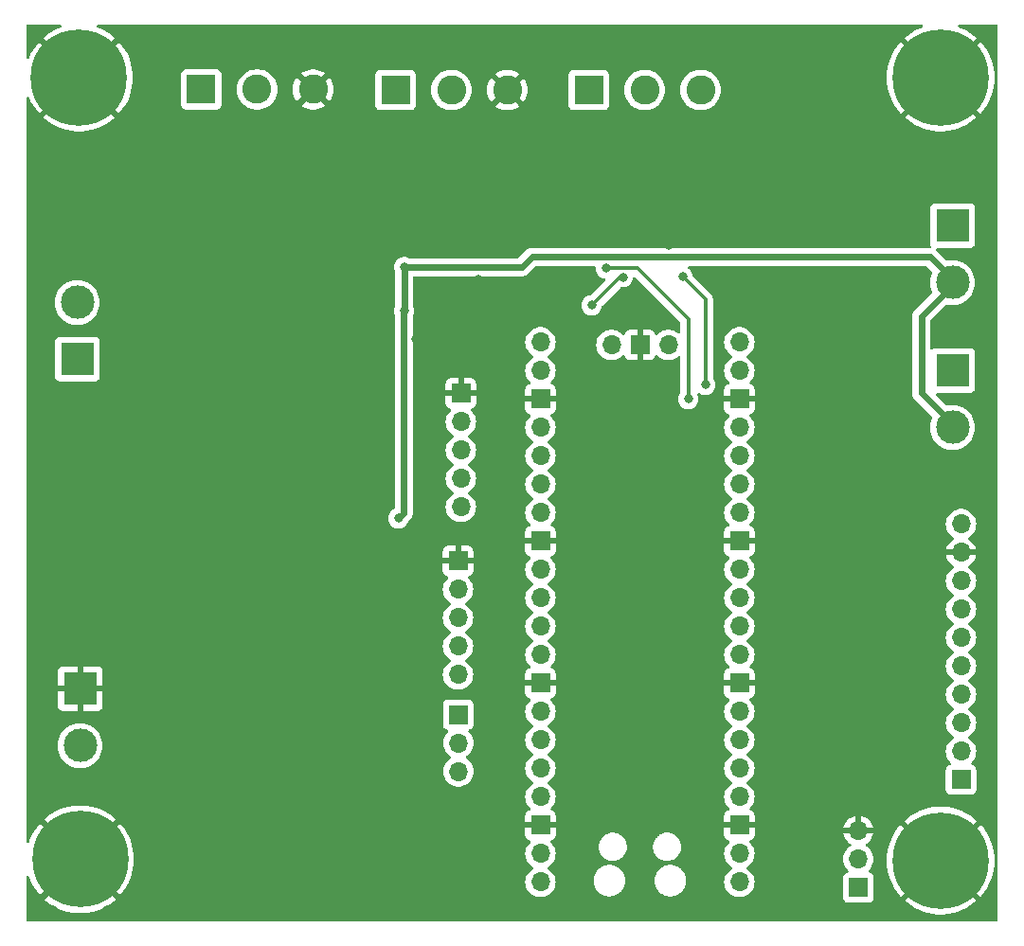
<source format=gbl>
G04 #@! TF.GenerationSoftware,KiCad,Pcbnew,7.0.1*
G04 #@! TF.CreationDate,2023-03-29T21:51:57+02:00*
G04 #@! TF.ProjectId,Kallebol_elevation,4b616c6c-6562-46f6-9c5f-656c65766174,rev?*
G04 #@! TF.SameCoordinates,Original*
G04 #@! TF.FileFunction,Copper,L2,Bot*
G04 #@! TF.FilePolarity,Positive*
%FSLAX46Y46*%
G04 Gerber Fmt 4.6, Leading zero omitted, Abs format (unit mm)*
G04 Created by KiCad (PCBNEW 7.0.1) date 2023-03-29 21:51:57*
%MOMM*%
%LPD*%
G01*
G04 APERTURE LIST*
G04 #@! TA.AperFunction,ComponentPad*
%ADD10C,8.600000*%
G04 #@! TD*
G04 #@! TA.AperFunction,ComponentPad*
%ADD11R,3.000000X3.000000*%
G04 #@! TD*
G04 #@! TA.AperFunction,ComponentPad*
%ADD12C,3.000000*%
G04 #@! TD*
G04 #@! TA.AperFunction,ComponentPad*
%ADD13R,2.600000X2.600000*%
G04 #@! TD*
G04 #@! TA.AperFunction,ComponentPad*
%ADD14C,2.600000*%
G04 #@! TD*
G04 #@! TA.AperFunction,ComponentPad*
%ADD15R,1.700000X1.700000*%
G04 #@! TD*
G04 #@! TA.AperFunction,ComponentPad*
%ADD16O,1.700000X1.700000*%
G04 #@! TD*
G04 #@! TA.AperFunction,ViaPad*
%ADD17C,0.800000*%
G04 #@! TD*
G04 #@! TA.AperFunction,Conductor*
%ADD18C,0.350000*%
G04 #@! TD*
G04 #@! TA.AperFunction,Conductor*
%ADD19C,0.600000*%
G04 #@! TD*
G04 APERTURE END LIST*
D10*
X53000000Y-50000000D03*
X130000000Y-50000000D03*
X130000000Y-120000000D03*
X53086000Y-119888000D03*
D11*
X131064000Y-63246000D03*
D12*
X131064000Y-68326000D03*
D11*
X53086000Y-104648000D03*
D12*
X53086000Y-109728000D03*
D13*
X81280000Y-51105000D03*
D14*
X86280000Y-51105000D03*
X91280000Y-51105000D03*
D15*
X86868000Y-93218000D03*
D16*
X86868000Y-95758000D03*
X86868000Y-98298000D03*
X86868000Y-100838000D03*
X86868000Y-103378000D03*
D11*
X131064000Y-76200000D03*
D12*
X131064000Y-81280000D03*
D11*
X52832000Y-75184000D03*
D12*
X52832000Y-70104000D03*
D15*
X131826000Y-112776000D03*
D16*
X131826000Y-110236000D03*
X131826000Y-107696000D03*
X131826000Y-105156000D03*
X131826000Y-102616000D03*
X131826000Y-100076000D03*
X131826000Y-97536000D03*
X131826000Y-94996000D03*
X131826000Y-92456000D03*
X131826000Y-89916000D03*
D13*
X98552000Y-51105000D03*
D14*
X103552000Y-51105000D03*
X108552000Y-51105000D03*
D13*
X63914000Y-51054000D03*
D14*
X68914000Y-51054000D03*
X73914000Y-51054000D03*
D15*
X122657000Y-122413000D03*
D16*
X122657000Y-119873000D03*
X122657000Y-117333000D03*
D15*
X86893000Y-106949000D03*
D16*
X86893000Y-109489000D03*
X86893000Y-112029000D03*
D15*
X87122000Y-78232000D03*
D16*
X87122000Y-80772000D03*
X87122000Y-83312000D03*
X87122000Y-85852000D03*
X87122000Y-88392000D03*
X100584000Y-73890000D03*
D15*
X103124000Y-73890000D03*
D16*
X105664000Y-73890000D03*
X94234000Y-121920000D03*
X94234000Y-119380000D03*
D15*
X94234000Y-116840000D03*
D16*
X94234000Y-114300000D03*
X94234000Y-111760000D03*
X94234000Y-109220000D03*
X94234000Y-106680000D03*
D15*
X94234000Y-104140000D03*
D16*
X94234000Y-101600000D03*
X94234000Y-99060000D03*
X94234000Y-96520000D03*
X94234000Y-93980000D03*
D15*
X94234000Y-91440000D03*
D16*
X94234000Y-88900000D03*
X94234000Y-86360000D03*
X94234000Y-83820000D03*
X94234000Y-81280000D03*
D15*
X94234000Y-78740000D03*
D16*
X94234000Y-76200000D03*
X94234000Y-73660000D03*
X112014000Y-73660000D03*
X112014000Y-76200000D03*
D15*
X112014000Y-78740000D03*
D16*
X112014000Y-81280000D03*
X112014000Y-83820000D03*
X112014000Y-86360000D03*
X112014000Y-88900000D03*
D15*
X112014000Y-91440000D03*
D16*
X112014000Y-93980000D03*
X112014000Y-96520000D03*
X112014000Y-99060000D03*
X112014000Y-101600000D03*
D15*
X112014000Y-104140000D03*
D16*
X112014000Y-106680000D03*
X112014000Y-109220000D03*
X112014000Y-111760000D03*
X112014000Y-114300000D03*
D15*
X112014000Y-116840000D03*
D16*
X112014000Y-119380000D03*
X112014000Y-121920000D03*
D17*
X118872000Y-94996000D03*
X118872000Y-106680000D03*
X74168000Y-100076000D03*
X57658000Y-79502000D03*
X80518000Y-73406000D03*
X108966000Y-64516000D03*
X80772000Y-81344000D03*
X65024000Y-77978000D03*
X62230000Y-77978000D03*
X86868000Y-64770000D03*
X89662000Y-58674000D03*
X109220000Y-124460000D03*
X83312000Y-69342000D03*
X74168000Y-111760000D03*
X64516000Y-71882000D03*
X83312000Y-85090000D03*
X88646000Y-68072000D03*
X70358000Y-74168000D03*
X109220000Y-67564000D03*
X109474000Y-60198000D03*
X83566000Y-77978000D03*
X76454000Y-60706000D03*
X80264000Y-77978000D03*
X96774000Y-61214000D03*
X101854000Y-78994000D03*
X94488000Y-60706000D03*
X80518000Y-69342000D03*
X97536000Y-104902000D03*
X105664000Y-65024000D03*
X74168000Y-107188000D03*
X72136000Y-58674000D03*
X60452000Y-72390000D03*
X101092000Y-105156000D03*
X96520000Y-81280000D03*
X83058000Y-73406000D03*
X96266000Y-124460000D03*
X89408000Y-122428000D03*
X80264000Y-65278000D03*
X74422000Y-96012000D03*
X96266000Y-67564000D03*
X133604000Y-92456000D03*
X96266000Y-64516000D03*
X80518000Y-85090000D03*
X69088000Y-81280000D03*
X98806000Y-70358000D03*
X101600000Y-67830500D03*
X82042000Y-66943500D03*
X81534000Y-89408000D03*
X82042000Y-70866000D03*
X106934000Y-67818000D03*
X108966000Y-77470000D03*
X100076000Y-67056000D03*
X107442000Y-78740000D03*
D18*
X101600000Y-67830500D02*
X101333500Y-67830500D01*
X101333500Y-67830500D02*
X98806000Y-70358000D01*
D19*
X93472000Y-66040000D02*
X129032000Y-66040000D01*
X131318000Y-68326000D02*
X128270000Y-71374000D01*
X82042000Y-66943500D02*
X82042000Y-70866000D01*
X81534000Y-89408000D02*
X82026000Y-88916000D01*
X129032000Y-66040000D02*
X131318000Y-68326000D01*
X93472000Y-66040000D02*
X92568500Y-66943500D01*
X128270000Y-78232000D02*
X131318000Y-81280000D01*
X128270000Y-71374000D02*
X128270000Y-78232000D01*
X92568500Y-66943500D02*
X82042000Y-66943500D01*
X82026000Y-70882000D02*
X82042000Y-70866000D01*
X82026000Y-88916000D02*
X82026000Y-70882000D01*
D18*
X108966000Y-69850000D02*
X108966000Y-77470000D01*
X106934000Y-67818000D02*
X108966000Y-69850000D01*
X107442000Y-78740000D02*
X107442000Y-71628000D01*
X102870000Y-67056000D02*
X100076000Y-67056000D01*
X107442000Y-71628000D02*
X102870000Y-67056000D01*
G04 #@! TA.AperFunction,Conductor*
G36*
X51378482Y-45256513D02*
G01*
X51424952Y-45307814D01*
X51437311Y-45375920D01*
X51411830Y-45440279D01*
X51356198Y-45481466D01*
X51108425Y-45574456D01*
X50719338Y-45761830D01*
X50348622Y-45983323D01*
X49999238Y-46237165D01*
X49784226Y-46425014D01*
X49784226Y-46425017D01*
X52999999Y-49640790D01*
X53000001Y-49640790D01*
X56215772Y-46425017D01*
X56215772Y-46425015D01*
X56000761Y-46237165D01*
X55651377Y-45983323D01*
X55280661Y-45761830D01*
X54891574Y-45574456D01*
X54643802Y-45481466D01*
X54588170Y-45440279D01*
X54562689Y-45375920D01*
X54575048Y-45307814D01*
X54621518Y-45256513D01*
X54688075Y-45237500D01*
X128311925Y-45237500D01*
X128378482Y-45256513D01*
X128424952Y-45307814D01*
X128437311Y-45375920D01*
X128411830Y-45440279D01*
X128356198Y-45481466D01*
X128108425Y-45574456D01*
X127719338Y-45761830D01*
X127348622Y-45983323D01*
X126999238Y-46237165D01*
X126784226Y-46425014D01*
X126784226Y-46425017D01*
X129999999Y-49640790D01*
X130000001Y-49640790D01*
X133215772Y-46425017D01*
X133215772Y-46425015D01*
X133000761Y-46237165D01*
X132651377Y-45983323D01*
X132280661Y-45761830D01*
X131891574Y-45574456D01*
X131643802Y-45481466D01*
X131588170Y-45440279D01*
X131562689Y-45375920D01*
X131575048Y-45307814D01*
X131621518Y-45256513D01*
X131688075Y-45237500D01*
X134976500Y-45237500D01*
X135039500Y-45254381D01*
X135085619Y-45300500D01*
X135102500Y-45363500D01*
X135102500Y-125324500D01*
X135085619Y-125387500D01*
X135039500Y-125433619D01*
X134976500Y-125450500D01*
X48411500Y-125450500D01*
X48348500Y-125433619D01*
X48302381Y-125387500D01*
X48285500Y-125324500D01*
X48285500Y-123462983D01*
X49870226Y-123462983D01*
X50085238Y-123650834D01*
X50434622Y-123904676D01*
X50805338Y-124126169D01*
X51194425Y-124313543D01*
X51598754Y-124465290D01*
X52015040Y-124580178D01*
X52439952Y-124657288D01*
X52870074Y-124696000D01*
X53301926Y-124696000D01*
X53732047Y-124657288D01*
X54156959Y-124580178D01*
X54573245Y-124465290D01*
X54977574Y-124313543D01*
X55366661Y-124126169D01*
X55737377Y-123904676D01*
X56086755Y-123650838D01*
X56301772Y-123462982D01*
X56301772Y-123462981D01*
X53086001Y-120247210D01*
X53085999Y-120247210D01*
X49870226Y-123462981D01*
X49870226Y-123462983D01*
X48285500Y-123462983D01*
X48285500Y-121468126D01*
X48305115Y-121400612D01*
X48357852Y-121354118D01*
X48427292Y-121343120D01*
X48491815Y-121371041D01*
X48531333Y-121429190D01*
X48580044Y-121579107D01*
X48749778Y-121976222D01*
X48954417Y-122356504D01*
X49192322Y-122716915D01*
X49461585Y-123054561D01*
X49509800Y-123104988D01*
X49509801Y-123104989D01*
X52726790Y-119888001D01*
X53445210Y-119888001D01*
X56662197Y-123104988D01*
X56662198Y-123104988D01*
X56710413Y-123054561D01*
X56979677Y-122716915D01*
X57217582Y-122356504D01*
X57422221Y-121976222D01*
X57446251Y-121920000D01*
X92870844Y-121920000D01*
X92889436Y-122144368D01*
X92889436Y-122144371D01*
X92889437Y-122144372D01*
X92944702Y-122362611D01*
X93035139Y-122568790D01*
X93089751Y-122652380D01*
X93158278Y-122757268D01*
X93283321Y-122893100D01*
X93310762Y-122922908D01*
X93479908Y-123054561D01*
X93488424Y-123061189D01*
X93686426Y-123168342D01*
X93899365Y-123241444D01*
X94121431Y-123278500D01*
X94346566Y-123278500D01*
X94346569Y-123278500D01*
X94568635Y-123241444D01*
X94781574Y-123168342D01*
X94979576Y-123061189D01*
X95157240Y-122922906D01*
X95309722Y-122757268D01*
X95432860Y-122568791D01*
X95523296Y-122362616D01*
X95578564Y-122144368D01*
X95597156Y-121920000D01*
X95586383Y-121789997D01*
X98985672Y-121789997D01*
X98992763Y-121875576D01*
X98993079Y-121880632D01*
X98996856Y-121969550D01*
X99001136Y-121989408D01*
X99003533Y-122005544D01*
X99004948Y-122022623D01*
X99026865Y-122109175D01*
X99027892Y-122113557D01*
X99047370Y-122203931D01*
X99053660Y-122219584D01*
X99058888Y-122235627D01*
X99062251Y-122248907D01*
X99079304Y-122287784D01*
X99099490Y-122333803D01*
X99101016Y-122337435D01*
X99136769Y-122426408D01*
X99143801Y-122437829D01*
X99151896Y-122453277D01*
X99156014Y-122462666D01*
X99156016Y-122462669D01*
X99208643Y-122543222D01*
X99210383Y-122545965D01*
X99262476Y-122630569D01*
X99269070Y-122638062D01*
X99279959Y-122652378D01*
X99283686Y-122658083D01*
X99311528Y-122688327D01*
X99351125Y-122731341D01*
X99353007Y-122733432D01*
X99393367Y-122779289D01*
X99420881Y-122810551D01*
X99425954Y-122814647D01*
X99439504Y-122827346D01*
X99441776Y-122829815D01*
X99523084Y-122893100D01*
X99524814Y-122894471D01*
X99607424Y-122961175D01*
X99610110Y-122962675D01*
X99625914Y-122973153D01*
X99719581Y-123023842D01*
X99721005Y-123024624D01*
X99786459Y-123061189D01*
X99817023Y-123078263D01*
X99828269Y-123083255D01*
X99831269Y-123084285D01*
X99831273Y-123084287D01*
X99935364Y-123120022D01*
X99936121Y-123120285D01*
X100042806Y-123157980D01*
X100045795Y-123159036D01*
X100052046Y-123160079D01*
X100052049Y-123160080D01*
X100164044Y-123178768D01*
X100164141Y-123178784D01*
X100279119Y-123198500D01*
X100282288Y-123198500D01*
X100458827Y-123198500D01*
X100515712Y-123198500D01*
X100569935Y-123189451D01*
X100579976Y-123188188D01*
X100637898Y-123183259D01*
X100687494Y-123170344D01*
X100698500Y-123167997D01*
X100745951Y-123160080D01*
X100801190Y-123141115D01*
X100810350Y-123138356D01*
X100869924Y-123122844D01*
X100913505Y-123103144D01*
X100924472Y-123098792D01*
X100966727Y-123084287D01*
X101021128Y-123054845D01*
X101029137Y-123050874D01*
X101088402Y-123024086D01*
X101125192Y-122999219D01*
X101135755Y-122992812D01*
X101172017Y-122973190D01*
X101223527Y-122933096D01*
X101230354Y-122928142D01*
X101287044Y-122889827D01*
X101287043Y-122889827D01*
X101287047Y-122889825D01*
X101316622Y-122861478D01*
X101326397Y-122853028D01*
X101356220Y-122829818D01*
X101402767Y-122779253D01*
X101408235Y-122773675D01*
X101460144Y-122723925D01*
X101482451Y-122693764D01*
X101491056Y-122683348D01*
X101514310Y-122658087D01*
X101514314Y-122658083D01*
X101553774Y-122597682D01*
X101557941Y-122591694D01*
X101593837Y-122543160D01*
X101602715Y-122531157D01*
X101618056Y-122500728D01*
X101625083Y-122488537D01*
X101630531Y-122480196D01*
X101641984Y-122462669D01*
X101672343Y-122393453D01*
X101675204Y-122387382D01*
X101695574Y-122346979D01*
X101710655Y-122317072D01*
X101710657Y-122317067D01*
X101719631Y-122287761D01*
X101724709Y-122274072D01*
X101735749Y-122248907D01*
X101755146Y-122172304D01*
X101756800Y-122166388D01*
X101780864Y-122087815D01*
X101784319Y-122060831D01*
X101787150Y-122045924D01*
X101793051Y-122022626D01*
X101799860Y-121940439D01*
X101800446Y-121934890D01*
X101811318Y-121849995D01*
X101810310Y-121826270D01*
X101810627Y-121810518D01*
X101812327Y-121790001D01*
X101812327Y-121789997D01*
X104435672Y-121789997D01*
X104442763Y-121875576D01*
X104443079Y-121880632D01*
X104446856Y-121969550D01*
X104451136Y-121989408D01*
X104453533Y-122005544D01*
X104454948Y-122022623D01*
X104476865Y-122109175D01*
X104477892Y-122113557D01*
X104497370Y-122203931D01*
X104503660Y-122219584D01*
X104508888Y-122235627D01*
X104512251Y-122248907D01*
X104529304Y-122287784D01*
X104549490Y-122333803D01*
X104551016Y-122337435D01*
X104586769Y-122426408D01*
X104593801Y-122437829D01*
X104601896Y-122453277D01*
X104606014Y-122462666D01*
X104606016Y-122462669D01*
X104658643Y-122543222D01*
X104660383Y-122545965D01*
X104712476Y-122630569D01*
X104719070Y-122638062D01*
X104729959Y-122652378D01*
X104733686Y-122658083D01*
X104761528Y-122688327D01*
X104801125Y-122731341D01*
X104803007Y-122733432D01*
X104843367Y-122779289D01*
X104870881Y-122810551D01*
X104875954Y-122814647D01*
X104889504Y-122827346D01*
X104891776Y-122829815D01*
X104973084Y-122893100D01*
X104974814Y-122894471D01*
X105057424Y-122961175D01*
X105060110Y-122962675D01*
X105075914Y-122973153D01*
X105169581Y-123023842D01*
X105171005Y-123024624D01*
X105236459Y-123061189D01*
X105267023Y-123078263D01*
X105278269Y-123083255D01*
X105281269Y-123084285D01*
X105281273Y-123084287D01*
X105385364Y-123120022D01*
X105386121Y-123120285D01*
X105492806Y-123157980D01*
X105495795Y-123159036D01*
X105502046Y-123160079D01*
X105502049Y-123160080D01*
X105614044Y-123178768D01*
X105614141Y-123178784D01*
X105729119Y-123198500D01*
X105732288Y-123198500D01*
X105908827Y-123198500D01*
X105965712Y-123198500D01*
X106019935Y-123189451D01*
X106029976Y-123188188D01*
X106087898Y-123183259D01*
X106137494Y-123170344D01*
X106148500Y-123167997D01*
X106195951Y-123160080D01*
X106251190Y-123141115D01*
X106260350Y-123138356D01*
X106319924Y-123122844D01*
X106363505Y-123103144D01*
X106374472Y-123098792D01*
X106416727Y-123084287D01*
X106471128Y-123054845D01*
X106479137Y-123050874D01*
X106538402Y-123024086D01*
X106575192Y-122999219D01*
X106585755Y-122992812D01*
X106622017Y-122973190D01*
X106673527Y-122933096D01*
X106680354Y-122928142D01*
X106737044Y-122889827D01*
X106737043Y-122889827D01*
X106737047Y-122889825D01*
X106766622Y-122861478D01*
X106776397Y-122853028D01*
X106806220Y-122829818D01*
X106852767Y-122779253D01*
X106858235Y-122773675D01*
X106910144Y-122723925D01*
X106932451Y-122693764D01*
X106941056Y-122683348D01*
X106964310Y-122658087D01*
X106964314Y-122658083D01*
X107003774Y-122597682D01*
X107007941Y-122591694D01*
X107043837Y-122543160D01*
X107052715Y-122531157D01*
X107068056Y-122500728D01*
X107075083Y-122488537D01*
X107080531Y-122480196D01*
X107091984Y-122462669D01*
X107122343Y-122393453D01*
X107125204Y-122387382D01*
X107145574Y-122346979D01*
X107160655Y-122317072D01*
X107160657Y-122317067D01*
X107169631Y-122287761D01*
X107174709Y-122274072D01*
X107185749Y-122248907D01*
X107205146Y-122172304D01*
X107206800Y-122166388D01*
X107230864Y-122087815D01*
X107234319Y-122060831D01*
X107237150Y-122045924D01*
X107243051Y-122022626D01*
X107249860Y-121940439D01*
X107250446Y-121934890D01*
X107252353Y-121920000D01*
X110650844Y-121920000D01*
X110669436Y-122144368D01*
X110669436Y-122144371D01*
X110669437Y-122144372D01*
X110724702Y-122362611D01*
X110815139Y-122568790D01*
X110869751Y-122652380D01*
X110938278Y-122757268D01*
X111063321Y-122893100D01*
X111090762Y-122922908D01*
X111259908Y-123054561D01*
X111268424Y-123061189D01*
X111466426Y-123168342D01*
X111679365Y-123241444D01*
X111901431Y-123278500D01*
X112126566Y-123278500D01*
X112126569Y-123278500D01*
X112348635Y-123241444D01*
X112561574Y-123168342D01*
X112759576Y-123061189D01*
X112937240Y-122922906D01*
X113089722Y-122757268D01*
X113212860Y-122568791D01*
X113303296Y-122362616D01*
X113358564Y-122144368D01*
X113377156Y-121920000D01*
X113358564Y-121695632D01*
X113303296Y-121477384D01*
X113212860Y-121271209D01*
X113089722Y-121082732D01*
X112937240Y-120917094D01*
X112937239Y-120917093D01*
X112937237Y-120917091D01*
X112759579Y-120778813D01*
X112759577Y-120778812D01*
X112759576Y-120778811D01*
X112726317Y-120760812D01*
X112678047Y-120714498D01*
X112660288Y-120650000D01*
X112678047Y-120585502D01*
X112726317Y-120539187D01*
X112759576Y-120521189D01*
X112937240Y-120382906D01*
X113089722Y-120217268D01*
X113212860Y-120028791D01*
X113281196Y-119873000D01*
X121293844Y-119873000D01*
X121312436Y-120097368D01*
X121312436Y-120097371D01*
X121312437Y-120097372D01*
X121367702Y-120315611D01*
X121367703Y-120315614D01*
X121367704Y-120315616D01*
X121386826Y-120359210D01*
X121458139Y-120521790D01*
X121581278Y-120710268D01*
X121724475Y-120865820D01*
X121753712Y-120919424D01*
X121754315Y-120980480D01*
X121726141Y-121034650D01*
X121675808Y-121069213D01*
X121649972Y-121078849D01*
X121560793Y-121112111D01*
X121443738Y-121199738D01*
X121356111Y-121316794D01*
X121305011Y-121453799D01*
X121298500Y-121514362D01*
X121298500Y-123311638D01*
X121305011Y-123372200D01*
X121356111Y-123509205D01*
X121443738Y-123626261D01*
X121560794Y-123713888D01*
X121560795Y-123713888D01*
X121560796Y-123713889D01*
X121697799Y-123764989D01*
X121758362Y-123771500D01*
X123555638Y-123771500D01*
X123616201Y-123764989D01*
X123753204Y-123713889D01*
X123870261Y-123626261D01*
X123908647Y-123574983D01*
X126784226Y-123574983D01*
X126999238Y-123762834D01*
X127348622Y-124016676D01*
X127719338Y-124238169D01*
X128108425Y-124425543D01*
X128512754Y-124577290D01*
X128929040Y-124692178D01*
X129353952Y-124769288D01*
X129784074Y-124808000D01*
X130215926Y-124808000D01*
X130646047Y-124769288D01*
X131070959Y-124692178D01*
X131487245Y-124577290D01*
X131891574Y-124425543D01*
X132280661Y-124238169D01*
X132651377Y-124016676D01*
X133000755Y-123762838D01*
X133215772Y-123574982D01*
X133215772Y-123574981D01*
X130000001Y-120359210D01*
X129999999Y-120359210D01*
X126784226Y-123574981D01*
X126784226Y-123574983D01*
X123908647Y-123574983D01*
X123957889Y-123509204D01*
X124008989Y-123372201D01*
X124015500Y-123311638D01*
X124015500Y-121514362D01*
X124008989Y-121453799D01*
X123957889Y-121316796D01*
X123949756Y-121305931D01*
X123870261Y-121199738D01*
X123753205Y-121112111D01*
X123682024Y-121085562D01*
X123638191Y-121069213D01*
X123587858Y-121034650D01*
X123559684Y-120980480D01*
X123560287Y-120919424D01*
X123589522Y-120865822D01*
X123732722Y-120710268D01*
X123855860Y-120521791D01*
X123946296Y-120315616D01*
X124001564Y-120097368D01*
X124009632Y-120000000D01*
X125187153Y-120000000D01*
X125206528Y-120431415D01*
X125264498Y-120859368D01*
X125360595Y-121280397D01*
X125494044Y-121691107D01*
X125663778Y-122088222D01*
X125868417Y-122468504D01*
X126106322Y-122828915D01*
X126375585Y-123166561D01*
X126423800Y-123216988D01*
X126423801Y-123216989D01*
X129640790Y-120000001D01*
X130359210Y-120000001D01*
X133576198Y-123216989D01*
X133576198Y-123216988D01*
X133624413Y-123166561D01*
X133893677Y-122828915D01*
X134131582Y-122468504D01*
X134336221Y-122088222D01*
X134505955Y-121691107D01*
X134639404Y-121280397D01*
X134735501Y-120859368D01*
X134793471Y-120431415D01*
X134812846Y-119999999D01*
X134793471Y-119568584D01*
X134735501Y-119140631D01*
X134639404Y-118719602D01*
X134505955Y-118308892D01*
X134336221Y-117911777D01*
X134131582Y-117531495D01*
X133893677Y-117171084D01*
X133624414Y-116833438D01*
X133576198Y-116783010D01*
X133576198Y-116783009D01*
X130359210Y-119999999D01*
X130359210Y-120000001D01*
X129640790Y-120000001D01*
X129640790Y-119999999D01*
X126423800Y-116783009D01*
X126375585Y-116833439D01*
X126106322Y-117171084D01*
X125868417Y-117531495D01*
X125663778Y-117911777D01*
X125494044Y-118308892D01*
X125360595Y-118719602D01*
X125264498Y-119140631D01*
X125206528Y-119568584D01*
X125187153Y-120000000D01*
X124009632Y-120000000D01*
X124020156Y-119873000D01*
X124001564Y-119648632D01*
X123946296Y-119430384D01*
X123855860Y-119224209D01*
X123732722Y-119035732D01*
X123580240Y-118870094D01*
X123580239Y-118870093D01*
X123580237Y-118870091D01*
X123438790Y-118759998D01*
X123402576Y-118731811D01*
X123368792Y-118713528D01*
X123320521Y-118667212D01*
X123302762Y-118602715D01*
X123320521Y-118538217D01*
X123368793Y-118491901D01*
X123402300Y-118473768D01*
X123579903Y-118335533D01*
X123732321Y-118169962D01*
X123855419Y-117981548D01*
X123945822Y-117775451D01*
X123993544Y-117587000D01*
X121320455Y-117587000D01*
X121368177Y-117775451D01*
X121458580Y-117981548D01*
X121581678Y-118169962D01*
X121734096Y-118335533D01*
X121911702Y-118473769D01*
X121945207Y-118491902D01*
X121993478Y-118538218D01*
X122011237Y-118602715D01*
X121993478Y-118667212D01*
X121945207Y-118713528D01*
X121911423Y-118731811D01*
X121733762Y-118870091D01*
X121581278Y-119035731D01*
X121458139Y-119224209D01*
X121367702Y-119430388D01*
X121312437Y-119648627D01*
X121312436Y-119648632D01*
X121293844Y-119873000D01*
X113281196Y-119873000D01*
X113303296Y-119822616D01*
X113358564Y-119604368D01*
X113377156Y-119380000D01*
X113358564Y-119155632D01*
X113303296Y-118937384D01*
X113212860Y-118731209D01*
X113089722Y-118542732D01*
X112946157Y-118386780D01*
X112916921Y-118333178D01*
X112916318Y-118272122D01*
X112944493Y-118217951D01*
X112994827Y-118183388D01*
X113109963Y-118140445D01*
X113226904Y-118052904D01*
X113314445Y-117935962D01*
X113365494Y-117799093D01*
X113372000Y-117738589D01*
X113372000Y-117094000D01*
X110656000Y-117094000D01*
X110656000Y-117738589D01*
X110662505Y-117799093D01*
X110713554Y-117935962D01*
X110801095Y-118052904D01*
X110918037Y-118140445D01*
X111033172Y-118183388D01*
X111083506Y-118217952D01*
X111111681Y-118272122D01*
X111111078Y-118333178D01*
X111081841Y-118386782D01*
X110938278Y-118542731D01*
X110815139Y-118731209D01*
X110724702Y-118937388D01*
X110669437Y-119155627D01*
X110669436Y-119155632D01*
X110650844Y-119380000D01*
X110669436Y-119604368D01*
X110669436Y-119604371D01*
X110669437Y-119604372D01*
X110724702Y-119822611D01*
X110724703Y-119822614D01*
X110724704Y-119822616D01*
X110746804Y-119872999D01*
X110815139Y-120028790D01*
X110938278Y-120217268D01*
X111090762Y-120382908D01*
X111268418Y-120521185D01*
X111268420Y-120521186D01*
X111268424Y-120521189D01*
X111301682Y-120539187D01*
X111349952Y-120585503D01*
X111367711Y-120650000D01*
X111349952Y-120714497D01*
X111301682Y-120760812D01*
X111285724Y-120769449D01*
X111268418Y-120778814D01*
X111090762Y-120917091D01*
X110938278Y-121082731D01*
X110815139Y-121271209D01*
X110724702Y-121477388D01*
X110670582Y-121691107D01*
X110669436Y-121695632D01*
X110650844Y-121920000D01*
X107252353Y-121920000D01*
X107261318Y-121849995D01*
X107260310Y-121826270D01*
X107260627Y-121810518D01*
X107262327Y-121790001D01*
X107262327Y-121789997D01*
X107255233Y-121704395D01*
X107254922Y-121699434D01*
X107251143Y-121610449D01*
X107246860Y-121590581D01*
X107244465Y-121574447D01*
X107243051Y-121557373D01*
X107232159Y-121514362D01*
X107221126Y-121470796D01*
X107220109Y-121466453D01*
X107212078Y-121429190D01*
X107200630Y-121376068D01*
X107194338Y-121360411D01*
X107189112Y-121344377D01*
X107185749Y-121331093D01*
X107148509Y-121246195D01*
X107146982Y-121242561D01*
X107111232Y-121153594D01*
X107104199Y-121142172D01*
X107096101Y-121126717D01*
X107091985Y-121117332D01*
X107055188Y-121061011D01*
X107039394Y-121036836D01*
X107037603Y-121034011D01*
X106985526Y-120949434D01*
X106985525Y-120949433D01*
X106985524Y-120949431D01*
X106978931Y-120941940D01*
X106968041Y-120927621D01*
X106966103Y-120924655D01*
X106964314Y-120921917D01*
X106959871Y-120917091D01*
X106896874Y-120848657D01*
X106894991Y-120846565D01*
X106827122Y-120769452D01*
X106827120Y-120769450D01*
X106827119Y-120769449D01*
X106822040Y-120765348D01*
X106808492Y-120752650D01*
X106806222Y-120750184D01*
X106806221Y-120750183D01*
X106806220Y-120750182D01*
X106771292Y-120722996D01*
X106724914Y-120686898D01*
X106723150Y-120685499D01*
X106640578Y-120618826D01*
X106637887Y-120617323D01*
X106622081Y-120606844D01*
X106528383Y-120556137D01*
X106526904Y-120555324D01*
X106430988Y-120501743D01*
X106419712Y-120496737D01*
X106312780Y-120460026D01*
X106311719Y-120459657D01*
X106278630Y-120447966D01*
X106205194Y-120422020D01*
X106205191Y-120422019D01*
X106202201Y-120420963D01*
X106195945Y-120419919D01*
X106083972Y-120401233D01*
X106083796Y-120401203D01*
X105968881Y-120381500D01*
X105965712Y-120381500D01*
X105732288Y-120381500D01*
X105678067Y-120390547D01*
X105668018Y-120391811D01*
X105610101Y-120396741D01*
X105560496Y-120409657D01*
X105549489Y-120412003D01*
X105502052Y-120419919D01*
X105446815Y-120438881D01*
X105437657Y-120441641D01*
X105378071Y-120457157D01*
X105334492Y-120476855D01*
X105323513Y-120481210D01*
X105281273Y-120495712D01*
X105226884Y-120525144D01*
X105218822Y-120529141D01*
X105159597Y-120555914D01*
X105122816Y-120580773D01*
X105112231Y-120587193D01*
X105075986Y-120606807D01*
X105024479Y-120646897D01*
X105017647Y-120651855D01*
X104960954Y-120690173D01*
X104931382Y-120718515D01*
X104921593Y-120726976D01*
X104891780Y-120750181D01*
X104845254Y-120800720D01*
X104839741Y-120806345D01*
X104787856Y-120856073D01*
X104765545Y-120886239D01*
X104756949Y-120896645D01*
X104733684Y-120921918D01*
X104694231Y-120982305D01*
X104690054Y-120988311D01*
X104645281Y-121048849D01*
X104629940Y-121079274D01*
X104622919Y-121091456D01*
X104606018Y-121117326D01*
X104575664Y-121186524D01*
X104572787Y-121192632D01*
X104537342Y-121262933D01*
X104528372Y-121292223D01*
X104523286Y-121305931D01*
X104512249Y-121331094D01*
X104492859Y-121407667D01*
X104491192Y-121413631D01*
X104467135Y-121492184D01*
X104463681Y-121519158D01*
X104460848Y-121534075D01*
X104454948Y-121557375D01*
X104448140Y-121639524D01*
X104447551Y-121645118D01*
X104436682Y-121730006D01*
X104437689Y-121753740D01*
X104437372Y-121769480D01*
X104435672Y-121789997D01*
X101812327Y-121789997D01*
X101805233Y-121704395D01*
X101804922Y-121699434D01*
X101801143Y-121610449D01*
X101796860Y-121590581D01*
X101794465Y-121574447D01*
X101793051Y-121557373D01*
X101782159Y-121514362D01*
X101771126Y-121470796D01*
X101770109Y-121466453D01*
X101762078Y-121429190D01*
X101750630Y-121376068D01*
X101744338Y-121360411D01*
X101739112Y-121344377D01*
X101735749Y-121331093D01*
X101698509Y-121246195D01*
X101696982Y-121242561D01*
X101661232Y-121153594D01*
X101654199Y-121142172D01*
X101646101Y-121126717D01*
X101641985Y-121117332D01*
X101605188Y-121061011D01*
X101589394Y-121036836D01*
X101587603Y-121034011D01*
X101535526Y-120949434D01*
X101535525Y-120949433D01*
X101535524Y-120949431D01*
X101528931Y-120941940D01*
X101518041Y-120927621D01*
X101516103Y-120924655D01*
X101514314Y-120921917D01*
X101509871Y-120917091D01*
X101446874Y-120848657D01*
X101444991Y-120846565D01*
X101377122Y-120769452D01*
X101377120Y-120769450D01*
X101377119Y-120769449D01*
X101372040Y-120765348D01*
X101358492Y-120752650D01*
X101356222Y-120750184D01*
X101356221Y-120750183D01*
X101356220Y-120750182D01*
X101321292Y-120722996D01*
X101274914Y-120686898D01*
X101273150Y-120685499D01*
X101190578Y-120618826D01*
X101187887Y-120617323D01*
X101172081Y-120606844D01*
X101078383Y-120556137D01*
X101076904Y-120555324D01*
X100980988Y-120501743D01*
X100969712Y-120496737D01*
X100862780Y-120460026D01*
X100861719Y-120459657D01*
X100828630Y-120447966D01*
X100755194Y-120422020D01*
X100755191Y-120422019D01*
X100752201Y-120420963D01*
X100745945Y-120419919D01*
X100633972Y-120401233D01*
X100633796Y-120401203D01*
X100518881Y-120381500D01*
X100515712Y-120381500D01*
X100282288Y-120381500D01*
X100228067Y-120390547D01*
X100218018Y-120391811D01*
X100160101Y-120396741D01*
X100110496Y-120409657D01*
X100099489Y-120412003D01*
X100052052Y-120419919D01*
X99996815Y-120438881D01*
X99987657Y-120441641D01*
X99928071Y-120457157D01*
X99884492Y-120476855D01*
X99873513Y-120481210D01*
X99831273Y-120495712D01*
X99776884Y-120525144D01*
X99768822Y-120529141D01*
X99709597Y-120555914D01*
X99672816Y-120580773D01*
X99662231Y-120587193D01*
X99625986Y-120606807D01*
X99574479Y-120646897D01*
X99567647Y-120651855D01*
X99510954Y-120690173D01*
X99481382Y-120718515D01*
X99471593Y-120726976D01*
X99441780Y-120750181D01*
X99395254Y-120800720D01*
X99389741Y-120806345D01*
X99337856Y-120856073D01*
X99315545Y-120886239D01*
X99306949Y-120896645D01*
X99283684Y-120921918D01*
X99244231Y-120982305D01*
X99240054Y-120988311D01*
X99195281Y-121048849D01*
X99179940Y-121079274D01*
X99172919Y-121091456D01*
X99156018Y-121117326D01*
X99125664Y-121186524D01*
X99122787Y-121192632D01*
X99087342Y-121262933D01*
X99078372Y-121292223D01*
X99073286Y-121305931D01*
X99062249Y-121331094D01*
X99042859Y-121407667D01*
X99041192Y-121413631D01*
X99017135Y-121492184D01*
X99013681Y-121519158D01*
X99010848Y-121534075D01*
X99004948Y-121557375D01*
X98998140Y-121639524D01*
X98997551Y-121645118D01*
X98986682Y-121730006D01*
X98987689Y-121753740D01*
X98987372Y-121769480D01*
X98985672Y-121789997D01*
X95586383Y-121789997D01*
X95578564Y-121695632D01*
X95523296Y-121477384D01*
X95432860Y-121271209D01*
X95309722Y-121082732D01*
X95157240Y-120917094D01*
X95157239Y-120917093D01*
X95157237Y-120917091D01*
X94979579Y-120778813D01*
X94979577Y-120778812D01*
X94979576Y-120778811D01*
X94946317Y-120760812D01*
X94898047Y-120714498D01*
X94880288Y-120650000D01*
X94898047Y-120585502D01*
X94946317Y-120539187D01*
X94979576Y-120521189D01*
X95157240Y-120382906D01*
X95309722Y-120217268D01*
X95432860Y-120028791D01*
X95523296Y-119822616D01*
X95578564Y-119604368D01*
X95597156Y-119380000D01*
X95578564Y-119155632D01*
X95523296Y-118937384D01*
X95445488Y-118759998D01*
X99435693Y-118759998D01*
X99437304Y-118778424D01*
X99437656Y-118795051D01*
X99436684Y-118816689D01*
X99447487Y-118896435D01*
X99448147Y-118902366D01*
X99454884Y-118979369D01*
X99460568Y-119000583D01*
X99463720Y-119016275D01*
X99467093Y-119041174D01*
X99490895Y-119114428D01*
X99492768Y-119120752D01*
X99511880Y-119192077D01*
X99522622Y-119215115D01*
X99528257Y-119229419D01*
X99537096Y-119256619D01*
X99571957Y-119321402D01*
X99575197Y-119327860D01*
X99604943Y-119391653D01*
X99621512Y-119415317D01*
X99629250Y-119427873D01*
X99644445Y-119456108D01*
X99688159Y-119510924D01*
X99692861Y-119517212D01*
X99728612Y-119568269D01*
X99731251Y-119572038D01*
X99754124Y-119594911D01*
X99763532Y-119605438D01*
X99785687Y-119633219D01*
X99835887Y-119677077D01*
X99842067Y-119682854D01*
X99870779Y-119711566D01*
X99886963Y-119727750D01*
X99916294Y-119748287D01*
X99926927Y-119756616D01*
X99956283Y-119782264D01*
X100010532Y-119814677D01*
X100018178Y-119819628D01*
X100037288Y-119833009D01*
X100067346Y-119854056D01*
X100102941Y-119870654D01*
X100114313Y-119876682D01*
X100150750Y-119898453D01*
X100206691Y-119919447D01*
X100215662Y-119923216D01*
X100266919Y-119947118D01*
X100266920Y-119947118D01*
X100266924Y-119947120D01*
X100308214Y-119958183D01*
X100319839Y-119961912D01*
X100362839Y-119978051D01*
X100418207Y-119988098D01*
X100428317Y-119990365D01*
X100479629Y-120004115D01*
X100525663Y-120008142D01*
X100537159Y-120009685D01*
X100585733Y-120018500D01*
X100638549Y-120018500D01*
X100649529Y-120018979D01*
X100699000Y-120023307D01*
X100748470Y-120018979D01*
X100751817Y-120018832D01*
X100755506Y-120018500D01*
X100755522Y-120018500D01*
X100810390Y-120013561D01*
X100918371Y-120004115D01*
X100918375Y-120004113D01*
X100923095Y-120003701D01*
X100924614Y-120003281D01*
X100924622Y-120003281D01*
X101029060Y-119974456D01*
X101029614Y-119974306D01*
X101131076Y-119947120D01*
X101131081Y-119947117D01*
X101136241Y-119945735D01*
X101140921Y-119944012D01*
X101184103Y-119923216D01*
X101237435Y-119897531D01*
X101238590Y-119896984D01*
X101330654Y-119854056D01*
X101330661Y-119854050D01*
X101332499Y-119853194D01*
X101346338Y-119845088D01*
X101347093Y-119844725D01*
X101429002Y-119785213D01*
X101430762Y-119783959D01*
X101511030Y-119727755D01*
X101511031Y-119727753D01*
X101511038Y-119727749D01*
X101511842Y-119726944D01*
X101526877Y-119714103D01*
X101530363Y-119711571D01*
X101597966Y-119640862D01*
X101599855Y-119638930D01*
X101666749Y-119572038D01*
X101669393Y-119568261D01*
X101681524Y-119553468D01*
X101686912Y-119547834D01*
X101738897Y-119469077D01*
X101740778Y-119466312D01*
X101793056Y-119391654D01*
X101796477Y-119384315D01*
X101805513Y-119368159D01*
X101811709Y-119358774D01*
X101847435Y-119275186D01*
X101849051Y-119271568D01*
X101886120Y-119192076D01*
X101889109Y-119180919D01*
X101894956Y-119164009D01*
X101900742Y-119150472D01*
X101900741Y-119150472D01*
X101900743Y-119150470D01*
X101920201Y-119065210D01*
X101921305Y-119060759D01*
X101943115Y-118979371D01*
X101944424Y-118964395D01*
X101947102Y-118947349D01*
X101951151Y-118929615D01*
X101954917Y-118845739D01*
X101955266Y-118840466D01*
X101962307Y-118760000D01*
X101962307Y-118759998D01*
X104285693Y-118759998D01*
X104287304Y-118778424D01*
X104287656Y-118795051D01*
X104286684Y-118816689D01*
X104297487Y-118896435D01*
X104298147Y-118902366D01*
X104304884Y-118979369D01*
X104310568Y-119000583D01*
X104313720Y-119016275D01*
X104317093Y-119041174D01*
X104340895Y-119114428D01*
X104342768Y-119120752D01*
X104361880Y-119192077D01*
X104372622Y-119215115D01*
X104378257Y-119229419D01*
X104387096Y-119256619D01*
X104421957Y-119321402D01*
X104425197Y-119327860D01*
X104454943Y-119391653D01*
X104471512Y-119415317D01*
X104479250Y-119427873D01*
X104494445Y-119456108D01*
X104538159Y-119510924D01*
X104542861Y-119517212D01*
X104578612Y-119568269D01*
X104581251Y-119572038D01*
X104604124Y-119594911D01*
X104613532Y-119605438D01*
X104635687Y-119633219D01*
X104685887Y-119677077D01*
X104692067Y-119682854D01*
X104720779Y-119711566D01*
X104736963Y-119727750D01*
X104766294Y-119748287D01*
X104776927Y-119756616D01*
X104806283Y-119782264D01*
X104860532Y-119814677D01*
X104868178Y-119819628D01*
X104887288Y-119833009D01*
X104917346Y-119854056D01*
X104952941Y-119870654D01*
X104964313Y-119876682D01*
X105000750Y-119898453D01*
X105056691Y-119919447D01*
X105065662Y-119923216D01*
X105116919Y-119947118D01*
X105116920Y-119947118D01*
X105116924Y-119947120D01*
X105158214Y-119958183D01*
X105169839Y-119961912D01*
X105212839Y-119978051D01*
X105268207Y-119988098D01*
X105278317Y-119990365D01*
X105329629Y-120004115D01*
X105375663Y-120008142D01*
X105387159Y-120009685D01*
X105435733Y-120018500D01*
X105488549Y-120018500D01*
X105499529Y-120018979D01*
X105549000Y-120023307D01*
X105598470Y-120018979D01*
X105601817Y-120018832D01*
X105605506Y-120018500D01*
X105605522Y-120018500D01*
X105660390Y-120013561D01*
X105768371Y-120004115D01*
X105768375Y-120004113D01*
X105773095Y-120003701D01*
X105774614Y-120003281D01*
X105774622Y-120003281D01*
X105879060Y-119974456D01*
X105879614Y-119974306D01*
X105981076Y-119947120D01*
X105981081Y-119947117D01*
X105986241Y-119945735D01*
X105990921Y-119944012D01*
X106034103Y-119923216D01*
X106087435Y-119897531D01*
X106088590Y-119896984D01*
X106180654Y-119854056D01*
X106180661Y-119854050D01*
X106182499Y-119853194D01*
X106196338Y-119845088D01*
X106197093Y-119844725D01*
X106279002Y-119785213D01*
X106280762Y-119783959D01*
X106361030Y-119727755D01*
X106361031Y-119727753D01*
X106361038Y-119727749D01*
X106361842Y-119726944D01*
X106376877Y-119714103D01*
X106380363Y-119711571D01*
X106447966Y-119640862D01*
X106449855Y-119638930D01*
X106516749Y-119572038D01*
X106519393Y-119568261D01*
X106531524Y-119553468D01*
X106536912Y-119547834D01*
X106588897Y-119469077D01*
X106590778Y-119466312D01*
X106643056Y-119391654D01*
X106646477Y-119384315D01*
X106655513Y-119368159D01*
X106661709Y-119358774D01*
X106697435Y-119275186D01*
X106699051Y-119271568D01*
X106736120Y-119192076D01*
X106739109Y-119180919D01*
X106744956Y-119164009D01*
X106750742Y-119150472D01*
X106750741Y-119150472D01*
X106750743Y-119150470D01*
X106770201Y-119065210D01*
X106771305Y-119060759D01*
X106793115Y-118979371D01*
X106794424Y-118964395D01*
X106797102Y-118947349D01*
X106801151Y-118929615D01*
X106804917Y-118845739D01*
X106805266Y-118840466D01*
X106812307Y-118760000D01*
X106810694Y-118741573D01*
X106810343Y-118724943D01*
X106811315Y-118703307D01*
X106800514Y-118623582D01*
X106799852Y-118617646D01*
X106797467Y-118590382D01*
X106793115Y-118540629D01*
X106787429Y-118519409D01*
X106784279Y-118503732D01*
X106780906Y-118478825D01*
X106757106Y-118405577D01*
X106755233Y-118399253D01*
X106736120Y-118327925D01*
X106736117Y-118327919D01*
X106727245Y-118308892D01*
X106725374Y-118304879D01*
X106719739Y-118290575D01*
X106710903Y-118263379D01*
X106676030Y-118198574D01*
X106672820Y-118192178D01*
X106643056Y-118128347D01*
X106626484Y-118104681D01*
X106618746Y-118092122D01*
X106603558Y-118063896D01*
X106559832Y-118009066D01*
X106555145Y-118002797D01*
X106516749Y-117947962D01*
X106493873Y-117925086D01*
X106484465Y-117914559D01*
X106462314Y-117886782D01*
X106412111Y-117842921D01*
X106405930Y-117837143D01*
X106361038Y-117792251D01*
X106361037Y-117792250D01*
X106361036Y-117792249D01*
X106331699Y-117771707D01*
X106321069Y-117763380D01*
X106291720Y-117737738D01*
X106276020Y-117728357D01*
X106237459Y-117705318D01*
X106229823Y-117700373D01*
X106187120Y-117670472D01*
X106180654Y-117665944D01*
X106180653Y-117665943D01*
X106180651Y-117665942D01*
X106145053Y-117649342D01*
X106133678Y-117643312D01*
X106097249Y-117621546D01*
X106041309Y-117600551D01*
X106032335Y-117596781D01*
X105981075Y-117572878D01*
X105939800Y-117561819D01*
X105928139Y-117558079D01*
X105885161Y-117541949D01*
X105829781Y-117531898D01*
X105819672Y-117529630D01*
X105768369Y-117515884D01*
X105722345Y-117511857D01*
X105710832Y-117510312D01*
X105662270Y-117501500D01*
X105662267Y-117501500D01*
X105609451Y-117501500D01*
X105598471Y-117501021D01*
X105549000Y-117496693D01*
X105499529Y-117501021D01*
X105496174Y-117501167D01*
X105437887Y-117506412D01*
X105437578Y-117506439D01*
X105324899Y-117516298D01*
X105219124Y-117545490D01*
X105218216Y-117545737D01*
X105111813Y-117574248D01*
X105107050Y-117576001D01*
X105010634Y-117622432D01*
X105009217Y-117623103D01*
X104915517Y-117666797D01*
X104901679Y-117674902D01*
X104900908Y-117675273D01*
X104818992Y-117734787D01*
X104817205Y-117736062D01*
X104736960Y-117792251D01*
X104736145Y-117793067D01*
X104721131Y-117805890D01*
X104717637Y-117808429D01*
X104684659Y-117842921D01*
X104650077Y-117879090D01*
X104648103Y-117881108D01*
X104581249Y-117947963D01*
X104578598Y-117951749D01*
X104566476Y-117966529D01*
X104561090Y-117972163D01*
X104509145Y-118050856D01*
X104507203Y-118053711D01*
X104454942Y-118128348D01*
X104451520Y-118135686D01*
X104442494Y-118151825D01*
X104436294Y-118161219D01*
X104400582Y-118244769D01*
X104398917Y-118248494D01*
X104361881Y-118327919D01*
X104358888Y-118339087D01*
X104353049Y-118355975D01*
X104347257Y-118369527D01*
X104327816Y-118454708D01*
X104326682Y-118459281D01*
X104304883Y-118540632D01*
X104303574Y-118555601D01*
X104300896Y-118572649D01*
X104296849Y-118590382D01*
X104293083Y-118674218D01*
X104292731Y-118679543D01*
X104285693Y-118759998D01*
X101962307Y-118759998D01*
X101960694Y-118741573D01*
X101960343Y-118724943D01*
X101961315Y-118703307D01*
X101950514Y-118623582D01*
X101949852Y-118617646D01*
X101947467Y-118590382D01*
X101943115Y-118540629D01*
X101937429Y-118519409D01*
X101934279Y-118503732D01*
X101930906Y-118478825D01*
X101907106Y-118405577D01*
X101905233Y-118399253D01*
X101886120Y-118327925D01*
X101886117Y-118327919D01*
X101877245Y-118308892D01*
X101875374Y-118304879D01*
X101869739Y-118290575D01*
X101860903Y-118263379D01*
X101826030Y-118198574D01*
X101822820Y-118192178D01*
X101793056Y-118128347D01*
X101776484Y-118104681D01*
X101768746Y-118092122D01*
X101753558Y-118063896D01*
X101709832Y-118009066D01*
X101705145Y-118002797D01*
X101666749Y-117947962D01*
X101643873Y-117925086D01*
X101634465Y-117914559D01*
X101612314Y-117886782D01*
X101562111Y-117842921D01*
X101555930Y-117837143D01*
X101511038Y-117792251D01*
X101511037Y-117792250D01*
X101511036Y-117792249D01*
X101481699Y-117771707D01*
X101471069Y-117763380D01*
X101441720Y-117737738D01*
X101426020Y-117728357D01*
X101387459Y-117705318D01*
X101379823Y-117700373D01*
X101337120Y-117670472D01*
X101330654Y-117665944D01*
X101330653Y-117665943D01*
X101330651Y-117665942D01*
X101295053Y-117649342D01*
X101283678Y-117643312D01*
X101247249Y-117621546D01*
X101191309Y-117600551D01*
X101182335Y-117596781D01*
X101131075Y-117572878D01*
X101089800Y-117561819D01*
X101078139Y-117558079D01*
X101035161Y-117541949D01*
X100979781Y-117531898D01*
X100969672Y-117529630D01*
X100918369Y-117515884D01*
X100872345Y-117511857D01*
X100860832Y-117510312D01*
X100812270Y-117501500D01*
X100812267Y-117501500D01*
X100759451Y-117501500D01*
X100748471Y-117501021D01*
X100699000Y-117496693D01*
X100649529Y-117501021D01*
X100646174Y-117501167D01*
X100587887Y-117506412D01*
X100587578Y-117506439D01*
X100474899Y-117516298D01*
X100369124Y-117545490D01*
X100368216Y-117545737D01*
X100261813Y-117574248D01*
X100257050Y-117576001D01*
X100160634Y-117622432D01*
X100159217Y-117623103D01*
X100065517Y-117666797D01*
X100051679Y-117674902D01*
X100050908Y-117675273D01*
X99968992Y-117734787D01*
X99967205Y-117736062D01*
X99886960Y-117792251D01*
X99886145Y-117793067D01*
X99871131Y-117805890D01*
X99867637Y-117808429D01*
X99834659Y-117842921D01*
X99800077Y-117879090D01*
X99798103Y-117881108D01*
X99731249Y-117947963D01*
X99728598Y-117951749D01*
X99716476Y-117966529D01*
X99711090Y-117972163D01*
X99659145Y-118050856D01*
X99657203Y-118053711D01*
X99604942Y-118128348D01*
X99601520Y-118135686D01*
X99592494Y-118151825D01*
X99586294Y-118161219D01*
X99550582Y-118244769D01*
X99548917Y-118248494D01*
X99511881Y-118327919D01*
X99508888Y-118339087D01*
X99503049Y-118355975D01*
X99497257Y-118369527D01*
X99477816Y-118454708D01*
X99476682Y-118459281D01*
X99454883Y-118540632D01*
X99453574Y-118555601D01*
X99450896Y-118572649D01*
X99446849Y-118590382D01*
X99443083Y-118674218D01*
X99442731Y-118679543D01*
X99435693Y-118759998D01*
X95445488Y-118759998D01*
X95432860Y-118731209D01*
X95309722Y-118542732D01*
X95166157Y-118386780D01*
X95136921Y-118333178D01*
X95136318Y-118272122D01*
X95164493Y-118217951D01*
X95214827Y-118183388D01*
X95329963Y-118140445D01*
X95446904Y-118052904D01*
X95534445Y-117935962D01*
X95585494Y-117799093D01*
X95592000Y-117738589D01*
X95592000Y-117094000D01*
X92876000Y-117094000D01*
X92876000Y-117738589D01*
X92882505Y-117799093D01*
X92933554Y-117935962D01*
X93021095Y-118052904D01*
X93138037Y-118140445D01*
X93253172Y-118183388D01*
X93303506Y-118217952D01*
X93331681Y-118272122D01*
X93331078Y-118333178D01*
X93301841Y-118386782D01*
X93158278Y-118542731D01*
X93035139Y-118731209D01*
X92944702Y-118937388D01*
X92889437Y-119155627D01*
X92889436Y-119155632D01*
X92870844Y-119380000D01*
X92889436Y-119604368D01*
X92889436Y-119604371D01*
X92889437Y-119604372D01*
X92944702Y-119822611D01*
X92944703Y-119822614D01*
X92944704Y-119822616D01*
X92966804Y-119872999D01*
X93035139Y-120028790D01*
X93158278Y-120217268D01*
X93310762Y-120382908D01*
X93488418Y-120521185D01*
X93488420Y-120521186D01*
X93488424Y-120521189D01*
X93521682Y-120539187D01*
X93569952Y-120585503D01*
X93587711Y-120650000D01*
X93569952Y-120714497D01*
X93521682Y-120760812D01*
X93505724Y-120769449D01*
X93488418Y-120778814D01*
X93310762Y-120917091D01*
X93158278Y-121082731D01*
X93035139Y-121271209D01*
X92944702Y-121477388D01*
X92890582Y-121691107D01*
X92889436Y-121695632D01*
X92870844Y-121920000D01*
X57446251Y-121920000D01*
X57591955Y-121579107D01*
X57725404Y-121168397D01*
X57821501Y-120747368D01*
X57879471Y-120319415D01*
X57898846Y-119887999D01*
X57879471Y-119456584D01*
X57821501Y-119028631D01*
X57725404Y-118607602D01*
X57591955Y-118196892D01*
X57422221Y-117799777D01*
X57217582Y-117419495D01*
X56992823Y-117078999D01*
X121320455Y-117078999D01*
X121320456Y-117079000D01*
X122403000Y-117079000D01*
X122403000Y-115998609D01*
X122911000Y-115998609D01*
X122911000Y-117079000D01*
X123993544Y-117079000D01*
X123993544Y-117078999D01*
X123945822Y-116890548D01*
X123855419Y-116684451D01*
X123732321Y-116496037D01*
X123666943Y-116425017D01*
X126784226Y-116425017D01*
X129999999Y-119640790D01*
X130000001Y-119640790D01*
X133215772Y-116425017D01*
X133215772Y-116425015D01*
X133000761Y-116237165D01*
X132651377Y-115983323D01*
X132280661Y-115761830D01*
X131891574Y-115574456D01*
X131487245Y-115422709D01*
X131070959Y-115307821D01*
X130646047Y-115230711D01*
X130215926Y-115192000D01*
X129784074Y-115192000D01*
X129353952Y-115230711D01*
X128929040Y-115307821D01*
X128512754Y-115422709D01*
X128108425Y-115574456D01*
X127719338Y-115761830D01*
X127348622Y-115983323D01*
X126999238Y-116237165D01*
X126784226Y-116425014D01*
X126784226Y-116425017D01*
X123666943Y-116425017D01*
X123579903Y-116330466D01*
X123402302Y-116192233D01*
X123204368Y-116085116D01*
X122991514Y-116012044D01*
X122911000Y-115998609D01*
X122403000Y-115998609D01*
X122322485Y-116012044D01*
X122109631Y-116085116D01*
X121911697Y-116192233D01*
X121734096Y-116330466D01*
X121581678Y-116496037D01*
X121458580Y-116684451D01*
X121368177Y-116890548D01*
X121320455Y-117078999D01*
X56992823Y-117078999D01*
X56979677Y-117059084D01*
X56710414Y-116721438D01*
X56662198Y-116671010D01*
X56662198Y-116671009D01*
X53445210Y-119887999D01*
X53445210Y-119888001D01*
X52726790Y-119888001D01*
X52726790Y-119887999D01*
X49509800Y-116671009D01*
X49461585Y-116721439D01*
X49192322Y-117059084D01*
X48954417Y-117419495D01*
X48749778Y-117799777D01*
X48580044Y-118196892D01*
X48531333Y-118346810D01*
X48491815Y-118404959D01*
X48427292Y-118432880D01*
X48357852Y-118421882D01*
X48305115Y-118375388D01*
X48285500Y-118307874D01*
X48285500Y-116313017D01*
X49870226Y-116313017D01*
X53085999Y-119528790D01*
X53086001Y-119528790D01*
X56301772Y-116313017D01*
X56301772Y-116313015D01*
X56086761Y-116125165D01*
X55737377Y-115871323D01*
X55366661Y-115649830D01*
X54977574Y-115462456D01*
X54573245Y-115310709D01*
X54156959Y-115195821D01*
X53732047Y-115118711D01*
X53301926Y-115080000D01*
X52870074Y-115080000D01*
X52439952Y-115118711D01*
X52015040Y-115195821D01*
X51598754Y-115310709D01*
X51194425Y-115462456D01*
X50805338Y-115649830D01*
X50434622Y-115871323D01*
X50085238Y-116125165D01*
X49870226Y-116313014D01*
X49870226Y-116313017D01*
X48285500Y-116313017D01*
X48285500Y-114300000D01*
X92870844Y-114300000D01*
X92889436Y-114524368D01*
X92889436Y-114524371D01*
X92889437Y-114524372D01*
X92944702Y-114742611D01*
X93035139Y-114948790D01*
X93035140Y-114948791D01*
X93158278Y-115137268D01*
X93212180Y-115195821D01*
X93301841Y-115293217D01*
X93331078Y-115346821D01*
X93331681Y-115407877D01*
X93303507Y-115462047D01*
X93253173Y-115496611D01*
X93138036Y-115539554D01*
X93021095Y-115627095D01*
X92933554Y-115744037D01*
X92882505Y-115880906D01*
X92876000Y-115941411D01*
X92876000Y-116586000D01*
X95592000Y-116586000D01*
X95592000Y-115941411D01*
X95585494Y-115880906D01*
X95534445Y-115744037D01*
X95446904Y-115627095D01*
X95329962Y-115539554D01*
X95214827Y-115496611D01*
X95164492Y-115462047D01*
X95136318Y-115407877D01*
X95136921Y-115346821D01*
X95166155Y-115293220D01*
X95309722Y-115137268D01*
X95432860Y-114948791D01*
X95523296Y-114742616D01*
X95578564Y-114524368D01*
X95597156Y-114300000D01*
X110650844Y-114300000D01*
X110669436Y-114524368D01*
X110669436Y-114524371D01*
X110669437Y-114524372D01*
X110724702Y-114742611D01*
X110815139Y-114948790D01*
X110815140Y-114948791D01*
X110938278Y-115137268D01*
X110992180Y-115195821D01*
X111081841Y-115293217D01*
X111111078Y-115346821D01*
X111111681Y-115407877D01*
X111083507Y-115462047D01*
X111033173Y-115496611D01*
X110918036Y-115539554D01*
X110801095Y-115627095D01*
X110713554Y-115744037D01*
X110662505Y-115880906D01*
X110656000Y-115941411D01*
X110656000Y-116586000D01*
X113372000Y-116586000D01*
X113372000Y-115941411D01*
X113365494Y-115880906D01*
X113314445Y-115744037D01*
X113226904Y-115627095D01*
X113109962Y-115539554D01*
X112994827Y-115496611D01*
X112944492Y-115462047D01*
X112916318Y-115407877D01*
X112916921Y-115346821D01*
X112946155Y-115293220D01*
X113089722Y-115137268D01*
X113212860Y-114948791D01*
X113303296Y-114742616D01*
X113358564Y-114524368D01*
X113377156Y-114300000D01*
X113358564Y-114075632D01*
X113303296Y-113857384D01*
X113212860Y-113651209D01*
X113089722Y-113462732D01*
X112937240Y-113297094D01*
X112937239Y-113297093D01*
X112937237Y-113297091D01*
X112759579Y-113158813D01*
X112759577Y-113158812D01*
X112759576Y-113158811D01*
X112726317Y-113140812D01*
X112678047Y-113094498D01*
X112660288Y-113030000D01*
X112678047Y-112965502D01*
X112726317Y-112919187D01*
X112759576Y-112901189D01*
X112937240Y-112762906D01*
X113089722Y-112597268D01*
X113212860Y-112408791D01*
X113303296Y-112202616D01*
X113358564Y-111984368D01*
X113377156Y-111760000D01*
X113358564Y-111535632D01*
X113303296Y-111317384D01*
X113212860Y-111111209D01*
X113089722Y-110922732D01*
X112937240Y-110757094D01*
X112937239Y-110757093D01*
X112937237Y-110757091D01*
X112759578Y-110618812D01*
X112726317Y-110600812D01*
X112678046Y-110554495D01*
X112660288Y-110489997D01*
X112678049Y-110425499D01*
X112726317Y-110379187D01*
X112759576Y-110361189D01*
X112920417Y-110236000D01*
X130462844Y-110236000D01*
X130481436Y-110460368D01*
X130481436Y-110460371D01*
X130481437Y-110460372D01*
X130536702Y-110678611D01*
X130627139Y-110884790D01*
X130750278Y-111073268D01*
X130893475Y-111228820D01*
X130922712Y-111282424D01*
X130923315Y-111343480D01*
X130895141Y-111397650D01*
X130844808Y-111432213D01*
X130818972Y-111441849D01*
X130729793Y-111475111D01*
X130612738Y-111562738D01*
X130525111Y-111679794D01*
X130474011Y-111816799D01*
X130467500Y-111877362D01*
X130467500Y-113674638D01*
X130474011Y-113735200D01*
X130525111Y-113872205D01*
X130612738Y-113989261D01*
X130729794Y-114076888D01*
X130729795Y-114076888D01*
X130729796Y-114076889D01*
X130866799Y-114127989D01*
X130927362Y-114134500D01*
X132724638Y-114134500D01*
X132785201Y-114127989D01*
X132922204Y-114076889D01*
X133039261Y-113989261D01*
X133126889Y-113872204D01*
X133177989Y-113735201D01*
X133184500Y-113674638D01*
X133184500Y-111877362D01*
X133177989Y-111816799D01*
X133126889Y-111679796D01*
X133126888Y-111679794D01*
X133039261Y-111562738D01*
X132922205Y-111475111D01*
X132860670Y-111452159D01*
X132807191Y-111432213D01*
X132756858Y-111397650D01*
X132728684Y-111343480D01*
X132729287Y-111282424D01*
X132758522Y-111228822D01*
X132901722Y-111073268D01*
X133024860Y-110884791D01*
X133115296Y-110678616D01*
X133170564Y-110460368D01*
X133189156Y-110236000D01*
X133170564Y-110011632D01*
X133115296Y-109793384D01*
X133024860Y-109587209D01*
X132901722Y-109398732D01*
X132749240Y-109233094D01*
X132749239Y-109233093D01*
X132749237Y-109233091D01*
X132571579Y-109094813D01*
X132571577Y-109094812D01*
X132571576Y-109094811D01*
X132538317Y-109076812D01*
X132490047Y-109030498D01*
X132472288Y-108966000D01*
X132490047Y-108901502D01*
X132538317Y-108855187D01*
X132571576Y-108837189D01*
X132749240Y-108698906D01*
X132901722Y-108533268D01*
X133024860Y-108344791D01*
X133115296Y-108138616D01*
X133170564Y-107920368D01*
X133189156Y-107696000D01*
X133170564Y-107471632D01*
X133115296Y-107253384D01*
X133024860Y-107047209D01*
X132901722Y-106858732D01*
X132749240Y-106693094D01*
X132749239Y-106693093D01*
X132749237Y-106693091D01*
X132571579Y-106554813D01*
X132571577Y-106554812D01*
X132571576Y-106554811D01*
X132538317Y-106536812D01*
X132490047Y-106490498D01*
X132472288Y-106426000D01*
X132490047Y-106361502D01*
X132538317Y-106315187D01*
X132571576Y-106297189D01*
X132749240Y-106158906D01*
X132901722Y-105993268D01*
X133024860Y-105804791D01*
X133115296Y-105598616D01*
X133170564Y-105380368D01*
X133189156Y-105156000D01*
X133170564Y-104931632D01*
X133115296Y-104713384D01*
X133024860Y-104507209D01*
X132901722Y-104318732D01*
X132749240Y-104153094D01*
X132749239Y-104153093D01*
X132749237Y-104153091D01*
X132571578Y-104014812D01*
X132538317Y-103996812D01*
X132490046Y-103950495D01*
X132472288Y-103885997D01*
X132490049Y-103821499D01*
X132538317Y-103775187D01*
X132571576Y-103757189D01*
X132749240Y-103618906D01*
X132901722Y-103453268D01*
X133024860Y-103264791D01*
X133115296Y-103058616D01*
X133170564Y-102840368D01*
X133189156Y-102616000D01*
X133170564Y-102391632D01*
X133115296Y-102173384D01*
X133024860Y-101967209D01*
X132901722Y-101778732D01*
X132749240Y-101613094D01*
X132749239Y-101613093D01*
X132749237Y-101613091D01*
X132571578Y-101474812D01*
X132538317Y-101456812D01*
X132490046Y-101410495D01*
X132472288Y-101345997D01*
X132490049Y-101281499D01*
X132538317Y-101235187D01*
X132571576Y-101217189D01*
X132749240Y-101078906D01*
X132901722Y-100913268D01*
X133024860Y-100724791D01*
X133115296Y-100518616D01*
X133170564Y-100300368D01*
X133189156Y-100076000D01*
X133170564Y-99851632D01*
X133115296Y-99633384D01*
X133024860Y-99427209D01*
X132901722Y-99238732D01*
X132749240Y-99073094D01*
X132749239Y-99073093D01*
X132749237Y-99073091D01*
X132571579Y-98934813D01*
X132571577Y-98934812D01*
X132571576Y-98934811D01*
X132538317Y-98916812D01*
X132490047Y-98870498D01*
X132472288Y-98806000D01*
X132490047Y-98741502D01*
X132538317Y-98695187D01*
X132571576Y-98677189D01*
X132749240Y-98538906D01*
X132901722Y-98373268D01*
X133024860Y-98184791D01*
X133115296Y-97978616D01*
X133170564Y-97760368D01*
X133189156Y-97536000D01*
X133170564Y-97311632D01*
X133115296Y-97093384D01*
X133024860Y-96887209D01*
X132901722Y-96698732D01*
X132749240Y-96533094D01*
X132749239Y-96533093D01*
X132749237Y-96533091D01*
X132571579Y-96394813D01*
X132571577Y-96394812D01*
X132571576Y-96394811D01*
X132538317Y-96376812D01*
X132490047Y-96330498D01*
X132472288Y-96266000D01*
X132490047Y-96201502D01*
X132538317Y-96155187D01*
X132571576Y-96137189D01*
X132749240Y-95998906D01*
X132901722Y-95833268D01*
X133024860Y-95644791D01*
X133115296Y-95438616D01*
X133170564Y-95220368D01*
X133189156Y-94996000D01*
X133170564Y-94771632D01*
X133115296Y-94553384D01*
X133024860Y-94347209D01*
X132901722Y-94158732D01*
X132749240Y-93993094D01*
X132749239Y-93993093D01*
X132749237Y-93993091D01*
X132642641Y-93910124D01*
X132571576Y-93854811D01*
X132537792Y-93836528D01*
X132489521Y-93790212D01*
X132471762Y-93725715D01*
X132489521Y-93661217D01*
X132537793Y-93614901D01*
X132571300Y-93596768D01*
X132748903Y-93458533D01*
X132901321Y-93292962D01*
X133024419Y-93104548D01*
X133114822Y-92898451D01*
X133162544Y-92710000D01*
X130489455Y-92710000D01*
X130537177Y-92898451D01*
X130627580Y-93104548D01*
X130750678Y-93292962D01*
X130903096Y-93458533D01*
X131080702Y-93596769D01*
X131114207Y-93614902D01*
X131162478Y-93661218D01*
X131180237Y-93725715D01*
X131162478Y-93790212D01*
X131114207Y-93836528D01*
X131080423Y-93854811D01*
X130902762Y-93993091D01*
X130750278Y-94158731D01*
X130627139Y-94347209D01*
X130536702Y-94553388D01*
X130481437Y-94771627D01*
X130481436Y-94771632D01*
X130462844Y-94996000D01*
X130481436Y-95220368D01*
X130481436Y-95220371D01*
X130481437Y-95220372D01*
X130536702Y-95438611D01*
X130627139Y-95644790D01*
X130627140Y-95644791D01*
X130750278Y-95833268D01*
X130785205Y-95871209D01*
X130902762Y-95998908D01*
X131080418Y-96137185D01*
X131080420Y-96137186D01*
X131080424Y-96137189D01*
X131113682Y-96155187D01*
X131161952Y-96201503D01*
X131179711Y-96266000D01*
X131161952Y-96330497D01*
X131113682Y-96376812D01*
X131088794Y-96390281D01*
X131080418Y-96394814D01*
X130902762Y-96533091D01*
X130750278Y-96698731D01*
X130627139Y-96887209D01*
X130536702Y-97093388D01*
X130485624Y-97295094D01*
X130481436Y-97311632D01*
X130462844Y-97536000D01*
X130481436Y-97760368D01*
X130481436Y-97760371D01*
X130481437Y-97760372D01*
X130536702Y-97978611D01*
X130627139Y-98184790D01*
X130627140Y-98184791D01*
X130750278Y-98373268D01*
X130785205Y-98411209D01*
X130902762Y-98538908D01*
X131080418Y-98677185D01*
X131080420Y-98677186D01*
X131080424Y-98677189D01*
X131113682Y-98695187D01*
X131161952Y-98741503D01*
X131179711Y-98806000D01*
X131161952Y-98870497D01*
X131113682Y-98916812D01*
X131088794Y-98930281D01*
X131080418Y-98934814D01*
X130902762Y-99073091D01*
X130750278Y-99238731D01*
X130627139Y-99427209D01*
X130536702Y-99633388D01*
X130485624Y-99835094D01*
X130481436Y-99851632D01*
X130462844Y-100076000D01*
X130481436Y-100300368D01*
X130481436Y-100300371D01*
X130481437Y-100300372D01*
X130536702Y-100518611D01*
X130627139Y-100724790D01*
X130627140Y-100724791D01*
X130750278Y-100913268D01*
X130785205Y-100951209D01*
X130902762Y-101078908D01*
X131003587Y-101157384D01*
X131080424Y-101217189D01*
X131113682Y-101235187D01*
X131161951Y-101281500D01*
X131179711Y-101345997D01*
X131161953Y-101410494D01*
X131113683Y-101456811D01*
X131080423Y-101474810D01*
X130902762Y-101613091D01*
X130750278Y-101778731D01*
X130627139Y-101967209D01*
X130536702Y-102173388D01*
X130485624Y-102375094D01*
X130481436Y-102391632D01*
X130462844Y-102616000D01*
X130481436Y-102840368D01*
X130481436Y-102840371D01*
X130481437Y-102840372D01*
X130536702Y-103058611D01*
X130627139Y-103264790D01*
X130750278Y-103453268D01*
X130902762Y-103618908D01*
X131004611Y-103698181D01*
X131080424Y-103757189D01*
X131113682Y-103775187D01*
X131161951Y-103821500D01*
X131179711Y-103885997D01*
X131161953Y-103950494D01*
X131113683Y-103996811D01*
X131080423Y-104014810D01*
X130902762Y-104153091D01*
X130750278Y-104318731D01*
X130627139Y-104507209D01*
X130536702Y-104713388D01*
X130481437Y-104931627D01*
X130481436Y-104931632D01*
X130462844Y-105156000D01*
X130481436Y-105380368D01*
X130481436Y-105380371D01*
X130481437Y-105380372D01*
X130536702Y-105598611D01*
X130627139Y-105804790D01*
X130627140Y-105804791D01*
X130750278Y-105993268D01*
X130785205Y-106031209D01*
X130902762Y-106158908D01*
X131080418Y-106297185D01*
X131080420Y-106297186D01*
X131080424Y-106297189D01*
X131113682Y-106315187D01*
X131161952Y-106361503D01*
X131179711Y-106426000D01*
X131161952Y-106490497D01*
X131113682Y-106536812D01*
X131088794Y-106550281D01*
X131080418Y-106554814D01*
X130902762Y-106693091D01*
X130750278Y-106858731D01*
X130627139Y-107047209D01*
X130536702Y-107253388D01*
X130517608Y-107328791D01*
X130481436Y-107471632D01*
X130462844Y-107696000D01*
X130481436Y-107920368D01*
X130481436Y-107920371D01*
X130481437Y-107920372D01*
X130536702Y-108138611D01*
X130627139Y-108344790D01*
X130651927Y-108382731D01*
X130750278Y-108533268D01*
X130785205Y-108571209D01*
X130902762Y-108698908D01*
X131003587Y-108777384D01*
X131080424Y-108837189D01*
X131113682Y-108855187D01*
X131161951Y-108901500D01*
X131179711Y-108965997D01*
X131161953Y-109030494D01*
X131113683Y-109076811D01*
X131080423Y-109094810D01*
X130902762Y-109233091D01*
X130750278Y-109398731D01*
X130627139Y-109587209D01*
X130536702Y-109793388D01*
X130483842Y-110002130D01*
X130481436Y-110011632D01*
X130462844Y-110236000D01*
X112920417Y-110236000D01*
X112937240Y-110222906D01*
X113089722Y-110057268D01*
X113212860Y-109868791D01*
X113303296Y-109662616D01*
X113358564Y-109444368D01*
X113377156Y-109220000D01*
X113358564Y-108995632D01*
X113303296Y-108777384D01*
X113212860Y-108571209D01*
X113089722Y-108382732D01*
X112937240Y-108217094D01*
X112937239Y-108217093D01*
X112937237Y-108217091D01*
X112759579Y-108078813D01*
X112759577Y-108078812D01*
X112759576Y-108078811D01*
X112726317Y-108060812D01*
X112678047Y-108014498D01*
X112660288Y-107950000D01*
X112678047Y-107885502D01*
X112726317Y-107839187D01*
X112759576Y-107821189D01*
X112937240Y-107682906D01*
X113089722Y-107517268D01*
X113212860Y-107328791D01*
X113303296Y-107122616D01*
X113358564Y-106904368D01*
X113377156Y-106680000D01*
X113358564Y-106455632D01*
X113303296Y-106237384D01*
X113212860Y-106031209D01*
X113089722Y-105842732D01*
X112946157Y-105686780D01*
X112916921Y-105633178D01*
X112916318Y-105572122D01*
X112944493Y-105517951D01*
X112994827Y-105483388D01*
X113109963Y-105440445D01*
X113226904Y-105352904D01*
X113314445Y-105235962D01*
X113365494Y-105099093D01*
X113372000Y-105038589D01*
X113372000Y-104394000D01*
X110656000Y-104394000D01*
X110656000Y-105038589D01*
X110662505Y-105099093D01*
X110713554Y-105235962D01*
X110801095Y-105352904D01*
X110918037Y-105440445D01*
X111033172Y-105483388D01*
X111083506Y-105517952D01*
X111111681Y-105572122D01*
X111111078Y-105633178D01*
X111081841Y-105686782D01*
X110938278Y-105842731D01*
X110815139Y-106031209D01*
X110724702Y-106237388D01*
X110671455Y-106447658D01*
X110669436Y-106455632D01*
X110650844Y-106680000D01*
X110669436Y-106904368D01*
X110669436Y-106904371D01*
X110669437Y-106904372D01*
X110724702Y-107122611D01*
X110815139Y-107328790D01*
X110938278Y-107517268D01*
X111090762Y-107682908D01*
X111107583Y-107696000D01*
X111268424Y-107821189D01*
X111301682Y-107839187D01*
X111349951Y-107885500D01*
X111367711Y-107949997D01*
X111349953Y-108014494D01*
X111301683Y-108060811D01*
X111268423Y-108078810D01*
X111090762Y-108217091D01*
X110938278Y-108382731D01*
X110815139Y-108571209D01*
X110724702Y-108777388D01*
X110671455Y-108987658D01*
X110669436Y-108995632D01*
X110650844Y-109220000D01*
X110669436Y-109444368D01*
X110669436Y-109444371D01*
X110669437Y-109444372D01*
X110724702Y-109662611D01*
X110815139Y-109868790D01*
X110938278Y-110057268D01*
X111012404Y-110137790D01*
X111090762Y-110222908D01*
X111192611Y-110302181D01*
X111268424Y-110361189D01*
X111301682Y-110379187D01*
X111349951Y-110425500D01*
X111367711Y-110489997D01*
X111349953Y-110554494D01*
X111301683Y-110600811D01*
X111268423Y-110618810D01*
X111090762Y-110757091D01*
X110938278Y-110922731D01*
X110815139Y-111111209D01*
X110724702Y-111317388D01*
X110684762Y-111475111D01*
X110669436Y-111535632D01*
X110650844Y-111760000D01*
X110669436Y-111984368D01*
X110669436Y-111984371D01*
X110669437Y-111984372D01*
X110724702Y-112202611D01*
X110815139Y-112408790D01*
X110938277Y-112597267D01*
X110938278Y-112597268D01*
X111012404Y-112677790D01*
X111090762Y-112762908D01*
X111268418Y-112901185D01*
X111268420Y-112901186D01*
X111268424Y-112901189D01*
X111301682Y-112919187D01*
X111349952Y-112965503D01*
X111367711Y-113030000D01*
X111349952Y-113094497D01*
X111301682Y-113140812D01*
X111276794Y-113154281D01*
X111268418Y-113158814D01*
X111090762Y-113297091D01*
X110938278Y-113462731D01*
X110815139Y-113651209D01*
X110724702Y-113857388D01*
X110691308Y-113989261D01*
X110669436Y-114075632D01*
X110650844Y-114300000D01*
X95597156Y-114300000D01*
X95578564Y-114075632D01*
X95523296Y-113857384D01*
X95432860Y-113651209D01*
X95309722Y-113462732D01*
X95157240Y-113297094D01*
X95157239Y-113297093D01*
X95157237Y-113297091D01*
X94979579Y-113158813D01*
X94979577Y-113158812D01*
X94979576Y-113158811D01*
X94946317Y-113140812D01*
X94898047Y-113094498D01*
X94880288Y-113030000D01*
X94898047Y-112965502D01*
X94946317Y-112919187D01*
X94979576Y-112901189D01*
X95157240Y-112762906D01*
X95309722Y-112597268D01*
X95432860Y-112408791D01*
X95523296Y-112202616D01*
X95578564Y-111984368D01*
X95597156Y-111760000D01*
X95578564Y-111535632D01*
X95523296Y-111317384D01*
X95432860Y-111111209D01*
X95309722Y-110922732D01*
X95157240Y-110757094D01*
X95157239Y-110757093D01*
X95157237Y-110757091D01*
X94979578Y-110618812D01*
X94946317Y-110600812D01*
X94898046Y-110554495D01*
X94880288Y-110489997D01*
X94898049Y-110425499D01*
X94946317Y-110379187D01*
X94979576Y-110361189D01*
X95157240Y-110222906D01*
X95309722Y-110057268D01*
X95432860Y-109868791D01*
X95523296Y-109662616D01*
X95578564Y-109444368D01*
X95597156Y-109220000D01*
X95578564Y-108995632D01*
X95523296Y-108777384D01*
X95432860Y-108571209D01*
X95309722Y-108382732D01*
X95157240Y-108217094D01*
X95157239Y-108217093D01*
X95157237Y-108217091D01*
X94979579Y-108078813D01*
X94979577Y-108078812D01*
X94979576Y-108078811D01*
X94946317Y-108060812D01*
X94898047Y-108014498D01*
X94880288Y-107950000D01*
X94898047Y-107885502D01*
X94946317Y-107839187D01*
X94979576Y-107821189D01*
X95157240Y-107682906D01*
X95309722Y-107517268D01*
X95432860Y-107328791D01*
X95523296Y-107122616D01*
X95578564Y-106904368D01*
X95597156Y-106680000D01*
X95578564Y-106455632D01*
X95523296Y-106237384D01*
X95432860Y-106031209D01*
X95309722Y-105842732D01*
X95166157Y-105686780D01*
X95136921Y-105633178D01*
X95136318Y-105572122D01*
X95164493Y-105517951D01*
X95214827Y-105483388D01*
X95329963Y-105440445D01*
X95446904Y-105352904D01*
X95534445Y-105235962D01*
X95585494Y-105099093D01*
X95592000Y-105038589D01*
X95592000Y-104394000D01*
X92876000Y-104394000D01*
X92876000Y-105038589D01*
X92882505Y-105099093D01*
X92933554Y-105235962D01*
X93021095Y-105352904D01*
X93138037Y-105440445D01*
X93253172Y-105483388D01*
X93303506Y-105517952D01*
X93331681Y-105572122D01*
X93331078Y-105633178D01*
X93301841Y-105686782D01*
X93158278Y-105842731D01*
X93035139Y-106031209D01*
X92944702Y-106237388D01*
X92891455Y-106447658D01*
X92889436Y-106455632D01*
X92870844Y-106680000D01*
X92889436Y-106904368D01*
X92889436Y-106904371D01*
X92889437Y-106904372D01*
X92944702Y-107122611D01*
X93035139Y-107328790D01*
X93158278Y-107517268D01*
X93310762Y-107682908D01*
X93327583Y-107696000D01*
X93488424Y-107821189D01*
X93521682Y-107839187D01*
X93569951Y-107885500D01*
X93587711Y-107949997D01*
X93569953Y-108014494D01*
X93521683Y-108060811D01*
X93488423Y-108078810D01*
X93310762Y-108217091D01*
X93158278Y-108382731D01*
X93035139Y-108571209D01*
X92944702Y-108777388D01*
X92891455Y-108987658D01*
X92889436Y-108995632D01*
X92870844Y-109220000D01*
X92889436Y-109444368D01*
X92889436Y-109444371D01*
X92889437Y-109444372D01*
X92944702Y-109662611D01*
X93035139Y-109868790D01*
X93158278Y-110057268D01*
X93232404Y-110137790D01*
X93310762Y-110222908D01*
X93412611Y-110302181D01*
X93488424Y-110361189D01*
X93521682Y-110379187D01*
X93569951Y-110425500D01*
X93587711Y-110489997D01*
X93569953Y-110554494D01*
X93521683Y-110600811D01*
X93488423Y-110618810D01*
X93310762Y-110757091D01*
X93158278Y-110922731D01*
X93035139Y-111111209D01*
X92944702Y-111317388D01*
X92904762Y-111475111D01*
X92889436Y-111535632D01*
X92870844Y-111760000D01*
X92889436Y-111984368D01*
X92889436Y-111984371D01*
X92889437Y-111984372D01*
X92944702Y-112202611D01*
X93035139Y-112408790D01*
X93158277Y-112597267D01*
X93158278Y-112597268D01*
X93232404Y-112677790D01*
X93310762Y-112762908D01*
X93488418Y-112901185D01*
X93488420Y-112901186D01*
X93488424Y-112901189D01*
X93521682Y-112919187D01*
X93569952Y-112965503D01*
X93587711Y-113030000D01*
X93569952Y-113094497D01*
X93521682Y-113140812D01*
X93496794Y-113154281D01*
X93488418Y-113158814D01*
X93310762Y-113297091D01*
X93158278Y-113462731D01*
X93035139Y-113651209D01*
X92944702Y-113857388D01*
X92911308Y-113989261D01*
X92889436Y-114075632D01*
X92870844Y-114300000D01*
X48285500Y-114300000D01*
X48285500Y-112029000D01*
X85529844Y-112029000D01*
X85548436Y-112253368D01*
X85548436Y-112253371D01*
X85548437Y-112253372D01*
X85603702Y-112471611D01*
X85694139Y-112677790D01*
X85817278Y-112866268D01*
X85968005Y-113030000D01*
X85969762Y-113031908D01*
X86147421Y-113170187D01*
X86147424Y-113170189D01*
X86345426Y-113277342D01*
X86558365Y-113350444D01*
X86780431Y-113387500D01*
X87005566Y-113387500D01*
X87005569Y-113387500D01*
X87227635Y-113350444D01*
X87440574Y-113277342D01*
X87638576Y-113170189D01*
X87816240Y-113031906D01*
X87968722Y-112866268D01*
X88091860Y-112677791D01*
X88182296Y-112471616D01*
X88237564Y-112253368D01*
X88256156Y-112029000D01*
X88237564Y-111804632D01*
X88182296Y-111586384D01*
X88091860Y-111380209D01*
X87968722Y-111191732D01*
X87816240Y-111026094D01*
X87816239Y-111026093D01*
X87816237Y-111026091D01*
X87638579Y-110887813D01*
X87638577Y-110887812D01*
X87638576Y-110887811D01*
X87605317Y-110869812D01*
X87557047Y-110823498D01*
X87539288Y-110759000D01*
X87557047Y-110694502D01*
X87605317Y-110648187D01*
X87638576Y-110630189D01*
X87816240Y-110491906D01*
X87968722Y-110326268D01*
X88091860Y-110137791D01*
X88182296Y-109931616D01*
X88237564Y-109713368D01*
X88256156Y-109489000D01*
X88237564Y-109264632D01*
X88182296Y-109046384D01*
X88091860Y-108840209D01*
X87968722Y-108651732D01*
X87825523Y-108496178D01*
X87796287Y-108442575D01*
X87795684Y-108381519D01*
X87823859Y-108327348D01*
X87874188Y-108292787D01*
X87989204Y-108249889D01*
X88106261Y-108162261D01*
X88193889Y-108045204D01*
X88244989Y-107908201D01*
X88251500Y-107847638D01*
X88251500Y-106050362D01*
X88244989Y-105989799D01*
X88193889Y-105852796D01*
X88193888Y-105852794D01*
X88106261Y-105735738D01*
X87989205Y-105648111D01*
X87920702Y-105622560D01*
X87852201Y-105597011D01*
X87791638Y-105590500D01*
X85994362Y-105590500D01*
X85933799Y-105597011D01*
X85796794Y-105648111D01*
X85679738Y-105735738D01*
X85592111Y-105852794D01*
X85541011Y-105989798D01*
X85541011Y-105989799D01*
X85534500Y-106050362D01*
X85534500Y-107847638D01*
X85541011Y-107908201D01*
X85566560Y-107976702D01*
X85592111Y-108045205D01*
X85679738Y-108162261D01*
X85796794Y-108249888D01*
X85796795Y-108249888D01*
X85796796Y-108249889D01*
X85911809Y-108292787D01*
X85962140Y-108327348D01*
X85990315Y-108381519D01*
X85989712Y-108442574D01*
X85960475Y-108496178D01*
X85817281Y-108651728D01*
X85694139Y-108840209D01*
X85603702Y-109046388D01*
X85548437Y-109264627D01*
X85548436Y-109264632D01*
X85529844Y-109489000D01*
X85548436Y-109713368D01*
X85548436Y-109713371D01*
X85548437Y-109713372D01*
X85603702Y-109931611D01*
X85694139Y-110137790D01*
X85758302Y-110235999D01*
X85817278Y-110326268D01*
X85968004Y-110489999D01*
X85969762Y-110491908D01*
X86147418Y-110630185D01*
X86147420Y-110630186D01*
X86147424Y-110630189D01*
X86180682Y-110648187D01*
X86228952Y-110694503D01*
X86246711Y-110759000D01*
X86228952Y-110823497D01*
X86180682Y-110869812D01*
X86155794Y-110883281D01*
X86147418Y-110887814D01*
X85969762Y-111026091D01*
X85817278Y-111191731D01*
X85694139Y-111380209D01*
X85603702Y-111586388D01*
X85559738Y-111760000D01*
X85548436Y-111804632D01*
X85529844Y-112029000D01*
X48285500Y-112029000D01*
X48285500Y-109728000D01*
X51072807Y-109728000D01*
X51091557Y-110002124D01*
X51091557Y-110002128D01*
X51091558Y-110002130D01*
X51147462Y-110271153D01*
X51147463Y-110271155D01*
X51239476Y-110530057D01*
X51365889Y-110774024D01*
X51444077Y-110884791D01*
X51524343Y-110998502D01*
X51711889Y-111199314D01*
X51925031Y-111372718D01*
X52159800Y-111515484D01*
X52411823Y-111624953D01*
X52676404Y-111699085D01*
X52676410Y-111699085D01*
X52676411Y-111699086D01*
X52948612Y-111736500D01*
X52948615Y-111736500D01*
X53223385Y-111736500D01*
X53223388Y-111736500D01*
X53442636Y-111706364D01*
X53495596Y-111699085D01*
X53760177Y-111624953D01*
X54012200Y-111515484D01*
X54246969Y-111372718D01*
X54460111Y-111199314D01*
X54647657Y-110998502D01*
X54806111Y-110774023D01*
X54932523Y-110530058D01*
X55024538Y-110271153D01*
X55080442Y-110002130D01*
X55099193Y-109728000D01*
X55080442Y-109453870D01*
X55024538Y-109184847D01*
X54932523Y-108925942D01*
X54806111Y-108681977D01*
X54647657Y-108457498D01*
X54460111Y-108256686D01*
X54246969Y-108083282D01*
X54012200Y-107940516D01*
X53937803Y-107908201D01*
X53760179Y-107831048D01*
X53760177Y-107831047D01*
X53495596Y-107756915D01*
X53495594Y-107756914D01*
X53495588Y-107756913D01*
X53223388Y-107719500D01*
X53223385Y-107719500D01*
X52948615Y-107719500D01*
X52948612Y-107719500D01*
X52676411Y-107756913D01*
X52676403Y-107756915D01*
X52676404Y-107756915D01*
X52411823Y-107831047D01*
X52411821Y-107831047D01*
X52411820Y-107831048D01*
X52159801Y-107940515D01*
X51925030Y-108083282D01*
X51711887Y-108256687D01*
X51524343Y-108457497D01*
X51365889Y-108681975D01*
X51239476Y-108925942D01*
X51179460Y-109094813D01*
X51147462Y-109184847D01*
X51103016Y-109398731D01*
X51091557Y-109453875D01*
X51072807Y-109728000D01*
X48285500Y-109728000D01*
X48285500Y-104902000D01*
X51078000Y-104902000D01*
X51078000Y-106196589D01*
X51084505Y-106257093D01*
X51135554Y-106393962D01*
X51223095Y-106510904D01*
X51340037Y-106598445D01*
X51476906Y-106649494D01*
X51537411Y-106656000D01*
X52832000Y-106656000D01*
X52832000Y-104902000D01*
X53340000Y-104902000D01*
X53340000Y-106656000D01*
X54634589Y-106656000D01*
X54695093Y-106649494D01*
X54831962Y-106598445D01*
X54948904Y-106510904D01*
X55036445Y-106393962D01*
X55087494Y-106257093D01*
X55094000Y-106196589D01*
X55094000Y-104902000D01*
X53340000Y-104902000D01*
X52832000Y-104902000D01*
X51078000Y-104902000D01*
X48285500Y-104902000D01*
X48285500Y-104394000D01*
X51078000Y-104394000D01*
X52832000Y-104394000D01*
X52832000Y-102640000D01*
X53340000Y-102640000D01*
X53340000Y-104394000D01*
X55094000Y-104394000D01*
X55094000Y-103378000D01*
X85504844Y-103378000D01*
X85523436Y-103602368D01*
X85523436Y-103602371D01*
X85523437Y-103602372D01*
X85578702Y-103820611D01*
X85578703Y-103820614D01*
X85578704Y-103820616D01*
X85579092Y-103821500D01*
X85669139Y-104026790D01*
X85792278Y-104215268D01*
X85944762Y-104380908D01*
X86107032Y-104507209D01*
X86122424Y-104519189D01*
X86320426Y-104626342D01*
X86533365Y-104699444D01*
X86755431Y-104736500D01*
X86980566Y-104736500D01*
X86980569Y-104736500D01*
X87202635Y-104699444D01*
X87415574Y-104626342D01*
X87613576Y-104519189D01*
X87791240Y-104380906D01*
X87943722Y-104215268D01*
X88066860Y-104026791D01*
X88157296Y-103820616D01*
X88212564Y-103602368D01*
X88231156Y-103378000D01*
X88212564Y-103153632D01*
X88157296Y-102935384D01*
X88066860Y-102729209D01*
X87943722Y-102540732D01*
X87791240Y-102375094D01*
X87791239Y-102375093D01*
X87791237Y-102375091D01*
X87613579Y-102236813D01*
X87613577Y-102236812D01*
X87613576Y-102236811D01*
X87580317Y-102218812D01*
X87532047Y-102172498D01*
X87514288Y-102108000D01*
X87532047Y-102043502D01*
X87580317Y-101997187D01*
X87613576Y-101979189D01*
X87791240Y-101840906D01*
X87943722Y-101675268D01*
X87992897Y-101600000D01*
X92870844Y-101600000D01*
X92889436Y-101824368D01*
X92889436Y-101824371D01*
X92889437Y-101824372D01*
X92944702Y-102042611D01*
X93035139Y-102248790D01*
X93158277Y-102437267D01*
X93158278Y-102437268D01*
X93253524Y-102540732D01*
X93301841Y-102593217D01*
X93331078Y-102646821D01*
X93331681Y-102707877D01*
X93303507Y-102762047D01*
X93253173Y-102796611D01*
X93138036Y-102839554D01*
X93021095Y-102927095D01*
X92933554Y-103044037D01*
X92882505Y-103180906D01*
X92876000Y-103241411D01*
X92876000Y-103886000D01*
X95592000Y-103886000D01*
X95592000Y-103241411D01*
X95585494Y-103180906D01*
X95534445Y-103044037D01*
X95446904Y-102927095D01*
X95329962Y-102839554D01*
X95214827Y-102796611D01*
X95164492Y-102762047D01*
X95136318Y-102707877D01*
X95136921Y-102646821D01*
X95166155Y-102593220D01*
X95309722Y-102437268D01*
X95432860Y-102248791D01*
X95523296Y-102042616D01*
X95578564Y-101824368D01*
X95597156Y-101600000D01*
X110650844Y-101600000D01*
X110669436Y-101824368D01*
X110669436Y-101824371D01*
X110669437Y-101824372D01*
X110724702Y-102042611D01*
X110815139Y-102248790D01*
X110938277Y-102437267D01*
X110938278Y-102437268D01*
X111033524Y-102540732D01*
X111081841Y-102593217D01*
X111111078Y-102646821D01*
X111111681Y-102707877D01*
X111083507Y-102762047D01*
X111033173Y-102796611D01*
X110918036Y-102839554D01*
X110801095Y-102927095D01*
X110713554Y-103044037D01*
X110662505Y-103180906D01*
X110656000Y-103241411D01*
X110656000Y-103886000D01*
X113372000Y-103886000D01*
X113372000Y-103241411D01*
X113365494Y-103180906D01*
X113314445Y-103044037D01*
X113226904Y-102927095D01*
X113109962Y-102839554D01*
X112994827Y-102796611D01*
X112944492Y-102762047D01*
X112916318Y-102707877D01*
X112916921Y-102646821D01*
X112946155Y-102593220D01*
X113089722Y-102437268D01*
X113212860Y-102248791D01*
X113303296Y-102042616D01*
X113358564Y-101824368D01*
X113377156Y-101600000D01*
X113358564Y-101375632D01*
X113303296Y-101157384D01*
X113212860Y-100951209D01*
X113089722Y-100762732D01*
X112937240Y-100597094D01*
X112937239Y-100597093D01*
X112937237Y-100597091D01*
X112759579Y-100458813D01*
X112759577Y-100458812D01*
X112759576Y-100458811D01*
X112726317Y-100440812D01*
X112678047Y-100394498D01*
X112660288Y-100330000D01*
X112678047Y-100265502D01*
X112726317Y-100219187D01*
X112759576Y-100201189D01*
X112937240Y-100062906D01*
X113089722Y-99897268D01*
X113212860Y-99708791D01*
X113303296Y-99502616D01*
X113358564Y-99284368D01*
X113377156Y-99060000D01*
X113358564Y-98835632D01*
X113303296Y-98617384D01*
X113212860Y-98411209D01*
X113089722Y-98222732D01*
X112937240Y-98057094D01*
X112937239Y-98057093D01*
X112937237Y-98057091D01*
X112759579Y-97918813D01*
X112759577Y-97918812D01*
X112759576Y-97918811D01*
X112726317Y-97900812D01*
X112678047Y-97854498D01*
X112660288Y-97790000D01*
X112678047Y-97725502D01*
X112726317Y-97679187D01*
X112759576Y-97661189D01*
X112937240Y-97522906D01*
X113089722Y-97357268D01*
X113212860Y-97168791D01*
X113303296Y-96962616D01*
X113358564Y-96744368D01*
X113377156Y-96520000D01*
X113358564Y-96295632D01*
X113303296Y-96077384D01*
X113212860Y-95871209D01*
X113089722Y-95682732D01*
X112937240Y-95517094D01*
X112937239Y-95517093D01*
X112937237Y-95517091D01*
X112759579Y-95378813D01*
X112759577Y-95378812D01*
X112759576Y-95378811D01*
X112726317Y-95360812D01*
X112678047Y-95314498D01*
X112660288Y-95250000D01*
X112678047Y-95185502D01*
X112726317Y-95139187D01*
X112759576Y-95121189D01*
X112937240Y-94982906D01*
X113089722Y-94817268D01*
X113212860Y-94628791D01*
X113303296Y-94422616D01*
X113358564Y-94204368D01*
X113377156Y-93980000D01*
X113358564Y-93755632D01*
X113303296Y-93537384D01*
X113212860Y-93331209D01*
X113089722Y-93142732D01*
X112946157Y-92986780D01*
X112916921Y-92933178D01*
X112916318Y-92872122D01*
X112944493Y-92817951D01*
X112994827Y-92783388D01*
X113109963Y-92740445D01*
X113226904Y-92652904D01*
X113314445Y-92535962D01*
X113365494Y-92399093D01*
X113372000Y-92338589D01*
X113372000Y-91694000D01*
X110656000Y-91694000D01*
X110656000Y-92338589D01*
X110662505Y-92399093D01*
X110713554Y-92535962D01*
X110801095Y-92652904D01*
X110918037Y-92740445D01*
X111033172Y-92783388D01*
X111083506Y-92817952D01*
X111111681Y-92872122D01*
X111111078Y-92933178D01*
X111081841Y-92986782D01*
X110938278Y-93142731D01*
X110815139Y-93331209D01*
X110724702Y-93537388D01*
X110689967Y-93674556D01*
X110669436Y-93755632D01*
X110650844Y-93980000D01*
X110669436Y-94204368D01*
X110669436Y-94204371D01*
X110669437Y-94204372D01*
X110724702Y-94422611D01*
X110724703Y-94422614D01*
X110724704Y-94422616D01*
X110730819Y-94436556D01*
X110815139Y-94628790D01*
X110938278Y-94817268D01*
X111090762Y-94982908D01*
X111268418Y-95121185D01*
X111268420Y-95121186D01*
X111268424Y-95121189D01*
X111301682Y-95139187D01*
X111349952Y-95185503D01*
X111367711Y-95250000D01*
X111349952Y-95314497D01*
X111301682Y-95360812D01*
X111276794Y-95374281D01*
X111268418Y-95378814D01*
X111090762Y-95517091D01*
X110938278Y-95682731D01*
X110815139Y-95871209D01*
X110724702Y-96077388D01*
X110671455Y-96287658D01*
X110669436Y-96295632D01*
X110650844Y-96520000D01*
X110669436Y-96744368D01*
X110669436Y-96744371D01*
X110669437Y-96744372D01*
X110724702Y-96962611D01*
X110815139Y-97168790D01*
X110938278Y-97357268D01*
X111090762Y-97522908D01*
X111268418Y-97661185D01*
X111268420Y-97661186D01*
X111268424Y-97661189D01*
X111301682Y-97679187D01*
X111349952Y-97725503D01*
X111367711Y-97790000D01*
X111349952Y-97854497D01*
X111301682Y-97900812D01*
X111276794Y-97914281D01*
X111268418Y-97918814D01*
X111090762Y-98057091D01*
X110938278Y-98222731D01*
X110815139Y-98411209D01*
X110724702Y-98617388D01*
X110671455Y-98827658D01*
X110669436Y-98835632D01*
X110650844Y-99060000D01*
X110669436Y-99284368D01*
X110669436Y-99284371D01*
X110669437Y-99284372D01*
X110724702Y-99502611D01*
X110815139Y-99708790D01*
X110938278Y-99897268D01*
X111090762Y-100062908D01*
X111268418Y-100201185D01*
X111268420Y-100201186D01*
X111268424Y-100201189D01*
X111301682Y-100219187D01*
X111349952Y-100265503D01*
X111367711Y-100330000D01*
X111349952Y-100394497D01*
X111301682Y-100440812D01*
X111276794Y-100454281D01*
X111268418Y-100458814D01*
X111090762Y-100597091D01*
X110938278Y-100762731D01*
X110815139Y-100951209D01*
X110724702Y-101157388D01*
X110671455Y-101367658D01*
X110669436Y-101375632D01*
X110650844Y-101600000D01*
X95597156Y-101600000D01*
X95578564Y-101375632D01*
X95523296Y-101157384D01*
X95432860Y-100951209D01*
X95309722Y-100762732D01*
X95157240Y-100597094D01*
X95157239Y-100597093D01*
X95157237Y-100597091D01*
X94979579Y-100458813D01*
X94979577Y-100458812D01*
X94979576Y-100458811D01*
X94946317Y-100440812D01*
X94898047Y-100394498D01*
X94880288Y-100330000D01*
X94898047Y-100265502D01*
X94946317Y-100219187D01*
X94979576Y-100201189D01*
X95157240Y-100062906D01*
X95309722Y-99897268D01*
X95432860Y-99708791D01*
X95523296Y-99502616D01*
X95578564Y-99284368D01*
X95597156Y-99060000D01*
X95578564Y-98835632D01*
X95523296Y-98617384D01*
X95432860Y-98411209D01*
X95309722Y-98222732D01*
X95157240Y-98057094D01*
X95157239Y-98057093D01*
X95157237Y-98057091D01*
X94979579Y-97918813D01*
X94979577Y-97918812D01*
X94979576Y-97918811D01*
X94946317Y-97900812D01*
X94898047Y-97854498D01*
X94880288Y-97790000D01*
X94898047Y-97725502D01*
X94946317Y-97679187D01*
X94979576Y-97661189D01*
X95157240Y-97522906D01*
X95309722Y-97357268D01*
X95432860Y-97168791D01*
X95523296Y-96962616D01*
X95578564Y-96744368D01*
X95597156Y-96520000D01*
X95578564Y-96295632D01*
X95523296Y-96077384D01*
X95432860Y-95871209D01*
X95309722Y-95682732D01*
X95157240Y-95517094D01*
X95157239Y-95517093D01*
X95157237Y-95517091D01*
X94979579Y-95378813D01*
X94979577Y-95378812D01*
X94979576Y-95378811D01*
X94946317Y-95360812D01*
X94898047Y-95314498D01*
X94880288Y-95250000D01*
X94898047Y-95185502D01*
X94946317Y-95139187D01*
X94979576Y-95121189D01*
X95157240Y-94982906D01*
X95309722Y-94817268D01*
X95432860Y-94628791D01*
X95523296Y-94422616D01*
X95578564Y-94204368D01*
X95597156Y-93980000D01*
X95578564Y-93755632D01*
X95523296Y-93537384D01*
X95432860Y-93331209D01*
X95309722Y-93142732D01*
X95166157Y-92986780D01*
X95136921Y-92933178D01*
X95136318Y-92872122D01*
X95164493Y-92817951D01*
X95214827Y-92783388D01*
X95329963Y-92740445D01*
X95446904Y-92652904D01*
X95534445Y-92535962D01*
X95585494Y-92399093D01*
X95592000Y-92338589D01*
X95592000Y-91694000D01*
X92876000Y-91694000D01*
X92876000Y-92338589D01*
X92882505Y-92399093D01*
X92933554Y-92535962D01*
X93021095Y-92652904D01*
X93138037Y-92740445D01*
X93253172Y-92783388D01*
X93303506Y-92817952D01*
X93331681Y-92872122D01*
X93331078Y-92933178D01*
X93301841Y-92986782D01*
X93158278Y-93142731D01*
X93035139Y-93331209D01*
X92944702Y-93537388D01*
X92909967Y-93674556D01*
X92889436Y-93755632D01*
X92870844Y-93980000D01*
X92889436Y-94204368D01*
X92889436Y-94204371D01*
X92889437Y-94204372D01*
X92944702Y-94422611D01*
X92944703Y-94422614D01*
X92944704Y-94422616D01*
X92950819Y-94436556D01*
X93035139Y-94628790D01*
X93158278Y-94817268D01*
X93310762Y-94982908D01*
X93488418Y-95121185D01*
X93488420Y-95121186D01*
X93488424Y-95121189D01*
X93521682Y-95139187D01*
X93569952Y-95185503D01*
X93587711Y-95250000D01*
X93569952Y-95314497D01*
X93521682Y-95360812D01*
X93496794Y-95374281D01*
X93488418Y-95378814D01*
X93310762Y-95517091D01*
X93158278Y-95682731D01*
X93035139Y-95871209D01*
X92944702Y-96077388D01*
X92891455Y-96287658D01*
X92889436Y-96295632D01*
X92870844Y-96520000D01*
X92889436Y-96744368D01*
X92889436Y-96744371D01*
X92889437Y-96744372D01*
X92944702Y-96962611D01*
X93035139Y-97168790D01*
X93158278Y-97357268D01*
X93310762Y-97522908D01*
X93488418Y-97661185D01*
X93488420Y-97661186D01*
X93488424Y-97661189D01*
X93521682Y-97679187D01*
X93569952Y-97725503D01*
X93587711Y-97790000D01*
X93569952Y-97854497D01*
X93521682Y-97900812D01*
X93496794Y-97914281D01*
X93488418Y-97918814D01*
X93310762Y-98057091D01*
X93158278Y-98222731D01*
X93035139Y-98411209D01*
X92944702Y-98617388D01*
X92891455Y-98827658D01*
X92889436Y-98835632D01*
X92870844Y-99060000D01*
X92889436Y-99284368D01*
X92889436Y-99284371D01*
X92889437Y-99284372D01*
X92944702Y-99502611D01*
X93035139Y-99708790D01*
X93158278Y-99897268D01*
X93310762Y-100062908D01*
X93488418Y-100201185D01*
X93488420Y-100201186D01*
X93488424Y-100201189D01*
X93521682Y-100219187D01*
X93569952Y-100265503D01*
X93587711Y-100330000D01*
X93569952Y-100394497D01*
X93521682Y-100440812D01*
X93496794Y-100454281D01*
X93488418Y-100458814D01*
X93310762Y-100597091D01*
X93158278Y-100762731D01*
X93035139Y-100951209D01*
X92944702Y-101157388D01*
X92891455Y-101367658D01*
X92889436Y-101375632D01*
X92870844Y-101600000D01*
X87992897Y-101600000D01*
X88066860Y-101486791D01*
X88157296Y-101280616D01*
X88212564Y-101062368D01*
X88231156Y-100838000D01*
X88212564Y-100613632D01*
X88157296Y-100395384D01*
X88066860Y-100189209D01*
X87943722Y-100000732D01*
X87791240Y-99835094D01*
X87791239Y-99835093D01*
X87791237Y-99835091D01*
X87613579Y-99696813D01*
X87613577Y-99696812D01*
X87613576Y-99696811D01*
X87580317Y-99678812D01*
X87532047Y-99632498D01*
X87514288Y-99568000D01*
X87532047Y-99503502D01*
X87580317Y-99457187D01*
X87613576Y-99439189D01*
X87791240Y-99300906D01*
X87943722Y-99135268D01*
X88066860Y-98946791D01*
X88157296Y-98740616D01*
X88212564Y-98522368D01*
X88231156Y-98298000D01*
X88212564Y-98073632D01*
X88157296Y-97855384D01*
X88066860Y-97649209D01*
X87943722Y-97460732D01*
X87791240Y-97295094D01*
X87791239Y-97295093D01*
X87791237Y-97295091D01*
X87613579Y-97156813D01*
X87613577Y-97156812D01*
X87613576Y-97156811D01*
X87580317Y-97138812D01*
X87532047Y-97092498D01*
X87514288Y-97028000D01*
X87532047Y-96963502D01*
X87580317Y-96917187D01*
X87613576Y-96899189D01*
X87791240Y-96760906D01*
X87943722Y-96595268D01*
X88066860Y-96406791D01*
X88157296Y-96200616D01*
X88212564Y-95982368D01*
X88231156Y-95758000D01*
X88212564Y-95533632D01*
X88157296Y-95315384D01*
X88066860Y-95109209D01*
X87943722Y-94920732D01*
X87800157Y-94764780D01*
X87770921Y-94711178D01*
X87770318Y-94650122D01*
X87798493Y-94595951D01*
X87848827Y-94561388D01*
X87963963Y-94518445D01*
X88080904Y-94430904D01*
X88168445Y-94313962D01*
X88219494Y-94177093D01*
X88226000Y-94116589D01*
X88226000Y-93472000D01*
X85510000Y-93472000D01*
X85510000Y-94116589D01*
X85516505Y-94177093D01*
X85567554Y-94313962D01*
X85655095Y-94430904D01*
X85772037Y-94518445D01*
X85887172Y-94561388D01*
X85937506Y-94595952D01*
X85965681Y-94650122D01*
X85965078Y-94711178D01*
X85935841Y-94764782D01*
X85792278Y-94920731D01*
X85669139Y-95109209D01*
X85578702Y-95315388D01*
X85527624Y-95517094D01*
X85523436Y-95533632D01*
X85504844Y-95758000D01*
X85523436Y-95982368D01*
X85523436Y-95982371D01*
X85523437Y-95982372D01*
X85578702Y-96200611D01*
X85669139Y-96406790D01*
X85792278Y-96595268D01*
X85944762Y-96760908D01*
X86122418Y-96899185D01*
X86122420Y-96899186D01*
X86122424Y-96899189D01*
X86155682Y-96917187D01*
X86203952Y-96963503D01*
X86221711Y-97028000D01*
X86203952Y-97092497D01*
X86155682Y-97138812D01*
X86130794Y-97152281D01*
X86122418Y-97156814D01*
X85944762Y-97295091D01*
X85792278Y-97460731D01*
X85669139Y-97649209D01*
X85578702Y-97855388D01*
X85527624Y-98057094D01*
X85523436Y-98073632D01*
X85504844Y-98298000D01*
X85523436Y-98522368D01*
X85523436Y-98522371D01*
X85523437Y-98522372D01*
X85578702Y-98740611D01*
X85669139Y-98946790D01*
X85792278Y-99135268D01*
X85944762Y-99300908D01*
X86046611Y-99380181D01*
X86122424Y-99439189D01*
X86155682Y-99457187D01*
X86203951Y-99503500D01*
X86221711Y-99567997D01*
X86203953Y-99632494D01*
X86155683Y-99678811D01*
X86122423Y-99696810D01*
X85944762Y-99835091D01*
X85792278Y-100000731D01*
X85669139Y-100189209D01*
X85578702Y-100395388D01*
X85527624Y-100597094D01*
X85523436Y-100613632D01*
X85504844Y-100838000D01*
X85523436Y-101062368D01*
X85523436Y-101062371D01*
X85523437Y-101062372D01*
X85578702Y-101280611D01*
X85578703Y-101280614D01*
X85578704Y-101280616D01*
X85579092Y-101281500D01*
X85669139Y-101486790D01*
X85792278Y-101675268D01*
X85944762Y-101840908D01*
X86046611Y-101920181D01*
X86122424Y-101979189D01*
X86155682Y-101997187D01*
X86203951Y-102043500D01*
X86221711Y-102107997D01*
X86203953Y-102172494D01*
X86155683Y-102218811D01*
X86122423Y-102236810D01*
X85944762Y-102375091D01*
X85792278Y-102540731D01*
X85669139Y-102729209D01*
X85578702Y-102935388D01*
X85523437Y-103153627D01*
X85523436Y-103153632D01*
X85504844Y-103378000D01*
X55094000Y-103378000D01*
X55094000Y-103099411D01*
X55087494Y-103038906D01*
X55036445Y-102902037D01*
X54948904Y-102785095D01*
X54831962Y-102697554D01*
X54695093Y-102646505D01*
X54634589Y-102640000D01*
X53340000Y-102640000D01*
X52832000Y-102640000D01*
X51537411Y-102640000D01*
X51476906Y-102646505D01*
X51340037Y-102697554D01*
X51223095Y-102785095D01*
X51135554Y-102902037D01*
X51084505Y-103038906D01*
X51078000Y-103099411D01*
X51078000Y-104394000D01*
X48285500Y-104394000D01*
X48285500Y-92964000D01*
X85510000Y-92964000D01*
X86614000Y-92964000D01*
X86614000Y-91860000D01*
X87122000Y-91860000D01*
X87122000Y-92964000D01*
X88226000Y-92964000D01*
X88226000Y-92319411D01*
X88219494Y-92258906D01*
X88168445Y-92122037D01*
X88080904Y-92005095D01*
X87963962Y-91917554D01*
X87827093Y-91866505D01*
X87766589Y-91860000D01*
X87122000Y-91860000D01*
X86614000Y-91860000D01*
X85969411Y-91860000D01*
X85908906Y-91866505D01*
X85772037Y-91917554D01*
X85655095Y-92005095D01*
X85567554Y-92122037D01*
X85516505Y-92258906D01*
X85510000Y-92319411D01*
X85510000Y-92964000D01*
X48285500Y-92964000D01*
X48285500Y-89408000D01*
X80620496Y-89408000D01*
X80640458Y-89597929D01*
X80699472Y-89779556D01*
X80794958Y-89944942D01*
X80794960Y-89944944D01*
X80922747Y-90086866D01*
X81077248Y-90199118D01*
X81251712Y-90276794D01*
X81438513Y-90316500D01*
X81629485Y-90316500D01*
X81629487Y-90316500D01*
X81816288Y-90276794D01*
X81990752Y-90199118D01*
X82145253Y-90086866D01*
X82273040Y-89944944D01*
X82368527Y-89779556D01*
X82389353Y-89715458D01*
X82420088Y-89665302D01*
X82629803Y-89455589D01*
X82629802Y-89455589D01*
X82662111Y-89423281D01*
X82662112Y-89423278D01*
X82667097Y-89418294D01*
X82669203Y-89411993D01*
X82682657Y-89390580D01*
X82690829Y-89379063D01*
X82714909Y-89348870D01*
X82731663Y-89314077D01*
X82738493Y-89301718D01*
X82759043Y-89269015D01*
X82771798Y-89232560D01*
X82777195Y-89219527D01*
X82793959Y-89184720D01*
X82802550Y-89147075D01*
X82806464Y-89133493D01*
X82819217Y-89097048D01*
X82821280Y-89078731D01*
X82823541Y-89058662D01*
X82825901Y-89044765D01*
X82834500Y-89007097D01*
X82834500Y-88824903D01*
X82834500Y-88392000D01*
X85758844Y-88392000D01*
X85777436Y-88616368D01*
X85777436Y-88616371D01*
X85777437Y-88616372D01*
X85832702Y-88834611D01*
X85923139Y-89040790D01*
X85977746Y-89124372D01*
X86046278Y-89229268D01*
X86156380Y-89348870D01*
X86198762Y-89394908D01*
X86376421Y-89533187D01*
X86376424Y-89533189D01*
X86574426Y-89640342D01*
X86787365Y-89713444D01*
X87009431Y-89750500D01*
X87234566Y-89750500D01*
X87234569Y-89750500D01*
X87456635Y-89713444D01*
X87669574Y-89640342D01*
X87867576Y-89533189D01*
X88045240Y-89394906D01*
X88197722Y-89229268D01*
X88320860Y-89040791D01*
X88382616Y-88900000D01*
X92870844Y-88900000D01*
X92889436Y-89124368D01*
X92889436Y-89124371D01*
X92889437Y-89124372D01*
X92944702Y-89342611D01*
X93035139Y-89548790D01*
X93158278Y-89737268D01*
X93301841Y-89893217D01*
X93331078Y-89946821D01*
X93331681Y-90007877D01*
X93303507Y-90062047D01*
X93253173Y-90096611D01*
X93138036Y-90139554D01*
X93021095Y-90227095D01*
X92933554Y-90344037D01*
X92882505Y-90480906D01*
X92876000Y-90541411D01*
X92876000Y-91186000D01*
X95592000Y-91186000D01*
X95592000Y-90541411D01*
X95585494Y-90480906D01*
X95534445Y-90344037D01*
X95446904Y-90227095D01*
X95329962Y-90139554D01*
X95214827Y-90096611D01*
X95164492Y-90062047D01*
X95136318Y-90007877D01*
X95136921Y-89946821D01*
X95166155Y-89893220D01*
X95309722Y-89737268D01*
X95432860Y-89548791D01*
X95523296Y-89342616D01*
X95578564Y-89124368D01*
X95597156Y-88900000D01*
X110650844Y-88900000D01*
X110669436Y-89124368D01*
X110669436Y-89124371D01*
X110669437Y-89124372D01*
X110724702Y-89342611D01*
X110815139Y-89548790D01*
X110938278Y-89737268D01*
X111081841Y-89893217D01*
X111111078Y-89946821D01*
X111111681Y-90007877D01*
X111083507Y-90062047D01*
X111033173Y-90096611D01*
X110918036Y-90139554D01*
X110801095Y-90227095D01*
X110713554Y-90344037D01*
X110662505Y-90480906D01*
X110656000Y-90541411D01*
X110656000Y-91186000D01*
X113372000Y-91186000D01*
X113372000Y-90541411D01*
X113365494Y-90480906D01*
X113314445Y-90344037D01*
X113226904Y-90227095D01*
X113109962Y-90139554D01*
X112994827Y-90096611D01*
X112944492Y-90062047D01*
X112916318Y-90007877D01*
X112916921Y-89946821D01*
X112933731Y-89916000D01*
X130462844Y-89916000D01*
X130481436Y-90140368D01*
X130481436Y-90140371D01*
X130481437Y-90140372D01*
X130536702Y-90358611D01*
X130627139Y-90564790D01*
X130750278Y-90753268D01*
X130902762Y-90918908D01*
X131080422Y-91057188D01*
X131080424Y-91057189D01*
X131114205Y-91075470D01*
X131162477Y-91121785D01*
X131180237Y-91186282D01*
X131162479Y-91250779D01*
X131114209Y-91297096D01*
X131080702Y-91315229D01*
X130903096Y-91453466D01*
X130750678Y-91619037D01*
X130627580Y-91807451D01*
X130537177Y-92013548D01*
X130489455Y-92201999D01*
X130489456Y-92202000D01*
X133162544Y-92202000D01*
X133162544Y-92201999D01*
X133114822Y-92013548D01*
X133024419Y-91807451D01*
X132901321Y-91619037D01*
X132748903Y-91453466D01*
X132571299Y-91315231D01*
X132537791Y-91297097D01*
X132489520Y-91250780D01*
X132471762Y-91186282D01*
X132489522Y-91121785D01*
X132537791Y-91075471D01*
X132571576Y-91057189D01*
X132749240Y-90918906D01*
X132901722Y-90753268D01*
X133024860Y-90564791D01*
X133115296Y-90358616D01*
X133170564Y-90140368D01*
X133189156Y-89916000D01*
X133170564Y-89691632D01*
X133115296Y-89473384D01*
X133024860Y-89267209D01*
X132901722Y-89078732D01*
X132749240Y-88913094D01*
X132749239Y-88913093D01*
X132749237Y-88913091D01*
X132571578Y-88774812D01*
X132373573Y-88667657D01*
X132225668Y-88616882D01*
X132160635Y-88594556D01*
X131938569Y-88557500D01*
X131713431Y-88557500D01*
X131491365Y-88594556D01*
X131491362Y-88594556D01*
X131491362Y-88594557D01*
X131278426Y-88667657D01*
X131080421Y-88774812D01*
X130902762Y-88913091D01*
X130750278Y-89078731D01*
X130627139Y-89267209D01*
X130536702Y-89473388D01*
X130494424Y-89640342D01*
X130481436Y-89691632D01*
X130462844Y-89916000D01*
X112933731Y-89916000D01*
X112946155Y-89893220D01*
X113089722Y-89737268D01*
X113212860Y-89548791D01*
X113303296Y-89342616D01*
X113358564Y-89124368D01*
X113377156Y-88900000D01*
X113358564Y-88675632D01*
X113303296Y-88457384D01*
X113212860Y-88251209D01*
X113089722Y-88062732D01*
X112937240Y-87897094D01*
X112937239Y-87897093D01*
X112937237Y-87897091D01*
X112759579Y-87758813D01*
X112759577Y-87758812D01*
X112759576Y-87758811D01*
X112726317Y-87740812D01*
X112678047Y-87694498D01*
X112660288Y-87630000D01*
X112678047Y-87565502D01*
X112726317Y-87519187D01*
X112759576Y-87501189D01*
X112937240Y-87362906D01*
X113089722Y-87197268D01*
X113212860Y-87008791D01*
X113303296Y-86802616D01*
X113358564Y-86584368D01*
X113377156Y-86360000D01*
X113358564Y-86135632D01*
X113303296Y-85917384D01*
X113212860Y-85711209D01*
X113089722Y-85522732D01*
X112937240Y-85357094D01*
X112937239Y-85357093D01*
X112937237Y-85357091D01*
X112759579Y-85218813D01*
X112759577Y-85218812D01*
X112759576Y-85218811D01*
X112726317Y-85200812D01*
X112678047Y-85154498D01*
X112660288Y-85090000D01*
X112678047Y-85025502D01*
X112726317Y-84979187D01*
X112759576Y-84961189D01*
X112937240Y-84822906D01*
X113089722Y-84657268D01*
X113212860Y-84468791D01*
X113303296Y-84262616D01*
X113358564Y-84044368D01*
X113377156Y-83820000D01*
X113358564Y-83595632D01*
X113303296Y-83377384D01*
X113212860Y-83171209D01*
X113089722Y-82982732D01*
X112937240Y-82817094D01*
X112937239Y-82817093D01*
X112937237Y-82817091D01*
X112759578Y-82678812D01*
X112726317Y-82660812D01*
X112678046Y-82614495D01*
X112660288Y-82549997D01*
X112678049Y-82485499D01*
X112726317Y-82439187D01*
X112759576Y-82421189D01*
X112937240Y-82282906D01*
X113089722Y-82117268D01*
X113212860Y-81928791D01*
X113303296Y-81722616D01*
X113358564Y-81504368D01*
X113377156Y-81280000D01*
X113358564Y-81055632D01*
X113303296Y-80837384D01*
X113212860Y-80631209D01*
X113089722Y-80442732D01*
X112946157Y-80286780D01*
X112916921Y-80233178D01*
X112916318Y-80172122D01*
X112944493Y-80117951D01*
X112994827Y-80083388D01*
X113109963Y-80040445D01*
X113226904Y-79952904D01*
X113314445Y-79835962D01*
X113365494Y-79699093D01*
X113372000Y-79638589D01*
X113372000Y-78994000D01*
X110656000Y-78994000D01*
X110656000Y-79638589D01*
X110662505Y-79699093D01*
X110713554Y-79835962D01*
X110801095Y-79952904D01*
X110918037Y-80040445D01*
X111033172Y-80083388D01*
X111083506Y-80117952D01*
X111111681Y-80172122D01*
X111111078Y-80233178D01*
X111081841Y-80286782D01*
X110938278Y-80442731D01*
X110815139Y-80631209D01*
X110724702Y-80837388D01*
X110682037Y-81005870D01*
X110669436Y-81055632D01*
X110650844Y-81280000D01*
X110669436Y-81504368D01*
X110669436Y-81504371D01*
X110669437Y-81504372D01*
X110724702Y-81722611D01*
X110815139Y-81928790D01*
X110938278Y-82117268D01*
X111090762Y-82282908D01*
X111124402Y-82309091D01*
X111268424Y-82421189D01*
X111301682Y-82439187D01*
X111349951Y-82485500D01*
X111367711Y-82549997D01*
X111349953Y-82614494D01*
X111301683Y-82660811D01*
X111268423Y-82678810D01*
X111090762Y-82817091D01*
X110938278Y-82982731D01*
X110815139Y-83171209D01*
X110724702Y-83377388D01*
X110669437Y-83595627D01*
X110669436Y-83595632D01*
X110650844Y-83820000D01*
X110669436Y-84044368D01*
X110669436Y-84044371D01*
X110669437Y-84044372D01*
X110724702Y-84262611D01*
X110815139Y-84468790D01*
X110938278Y-84657268D01*
X111090762Y-84822908D01*
X111268418Y-84961185D01*
X111268420Y-84961186D01*
X111268424Y-84961189D01*
X111301682Y-84979187D01*
X111349952Y-85025503D01*
X111367711Y-85090000D01*
X111349952Y-85154497D01*
X111301682Y-85200812D01*
X111276794Y-85214281D01*
X111268418Y-85218814D01*
X111090762Y-85357091D01*
X110938278Y-85522731D01*
X110815139Y-85711209D01*
X110724702Y-85917388D01*
X110669437Y-86135627D01*
X110669436Y-86135632D01*
X110650844Y-86360000D01*
X110669436Y-86584368D01*
X110669436Y-86584371D01*
X110669437Y-86584372D01*
X110724702Y-86802611D01*
X110815139Y-87008790D01*
X110938278Y-87197268D01*
X111090762Y-87362908D01*
X111268418Y-87501185D01*
X111268420Y-87501186D01*
X111268424Y-87501189D01*
X111301682Y-87519187D01*
X111349952Y-87565503D01*
X111367711Y-87630000D01*
X111349952Y-87694497D01*
X111301682Y-87740812D01*
X111276794Y-87754281D01*
X111268418Y-87758814D01*
X111090762Y-87897091D01*
X110938278Y-88062731D01*
X110815139Y-88251209D01*
X110724702Y-88457388D01*
X110671455Y-88667658D01*
X110669436Y-88675632D01*
X110650844Y-88900000D01*
X95597156Y-88900000D01*
X95578564Y-88675632D01*
X95523296Y-88457384D01*
X95432860Y-88251209D01*
X95309722Y-88062732D01*
X95157240Y-87897094D01*
X95157239Y-87897093D01*
X95157237Y-87897091D01*
X94979579Y-87758813D01*
X94979577Y-87758812D01*
X94979576Y-87758811D01*
X94946317Y-87740812D01*
X94898047Y-87694498D01*
X94880288Y-87630000D01*
X94898047Y-87565502D01*
X94946317Y-87519187D01*
X94979576Y-87501189D01*
X95157240Y-87362906D01*
X95309722Y-87197268D01*
X95432860Y-87008791D01*
X95523296Y-86802616D01*
X95578564Y-86584368D01*
X95597156Y-86360000D01*
X95578564Y-86135632D01*
X95523296Y-85917384D01*
X95432860Y-85711209D01*
X95309722Y-85522732D01*
X95157240Y-85357094D01*
X95157239Y-85357093D01*
X95157237Y-85357091D01*
X94979579Y-85218813D01*
X94979577Y-85218812D01*
X94979576Y-85218811D01*
X94946317Y-85200812D01*
X94898047Y-85154498D01*
X94880288Y-85090000D01*
X94898047Y-85025502D01*
X94946317Y-84979187D01*
X94979576Y-84961189D01*
X95157240Y-84822906D01*
X95309722Y-84657268D01*
X95432860Y-84468791D01*
X95523296Y-84262616D01*
X95578564Y-84044368D01*
X95597156Y-83820000D01*
X95578564Y-83595632D01*
X95523296Y-83377384D01*
X95432860Y-83171209D01*
X95309722Y-82982732D01*
X95157240Y-82817094D01*
X95157239Y-82817093D01*
X95157237Y-82817091D01*
X94979578Y-82678812D01*
X94946317Y-82660812D01*
X94898046Y-82614495D01*
X94880288Y-82549997D01*
X94898049Y-82485499D01*
X94946317Y-82439187D01*
X94979576Y-82421189D01*
X95157240Y-82282906D01*
X95309722Y-82117268D01*
X95432860Y-81928791D01*
X95523296Y-81722616D01*
X95578564Y-81504368D01*
X95597156Y-81280000D01*
X95578564Y-81055632D01*
X95523296Y-80837384D01*
X95432860Y-80631209D01*
X95309722Y-80442732D01*
X95166157Y-80286780D01*
X95136921Y-80233178D01*
X95136318Y-80172122D01*
X95164493Y-80117951D01*
X95214827Y-80083388D01*
X95329963Y-80040445D01*
X95446904Y-79952904D01*
X95534445Y-79835962D01*
X95585494Y-79699093D01*
X95592000Y-79638589D01*
X95592000Y-78994000D01*
X92876000Y-78994000D01*
X92876000Y-79638589D01*
X92882505Y-79699093D01*
X92933554Y-79835962D01*
X93021095Y-79952904D01*
X93138037Y-80040445D01*
X93253172Y-80083388D01*
X93303506Y-80117952D01*
X93331681Y-80172122D01*
X93331078Y-80233178D01*
X93301841Y-80286782D01*
X93158278Y-80442731D01*
X93035139Y-80631209D01*
X92944702Y-80837388D01*
X92902037Y-81005870D01*
X92889436Y-81055632D01*
X92870844Y-81280000D01*
X92889436Y-81504368D01*
X92889436Y-81504371D01*
X92889437Y-81504372D01*
X92944702Y-81722611D01*
X93035139Y-81928790D01*
X93158278Y-82117268D01*
X93310762Y-82282908D01*
X93344402Y-82309091D01*
X93488424Y-82421189D01*
X93521682Y-82439187D01*
X93569951Y-82485500D01*
X93587711Y-82549997D01*
X93569953Y-82614494D01*
X93521683Y-82660811D01*
X93488423Y-82678810D01*
X93310762Y-82817091D01*
X93158278Y-82982731D01*
X93035139Y-83171209D01*
X92944702Y-83377388D01*
X92889437Y-83595627D01*
X92889436Y-83595632D01*
X92870844Y-83820000D01*
X92889436Y-84044368D01*
X92889436Y-84044371D01*
X92889437Y-84044372D01*
X92944702Y-84262611D01*
X93035139Y-84468790D01*
X93158278Y-84657268D01*
X93310762Y-84822908D01*
X93488418Y-84961185D01*
X93488420Y-84961186D01*
X93488424Y-84961189D01*
X93521682Y-84979187D01*
X93569952Y-85025503D01*
X93587711Y-85090000D01*
X93569952Y-85154497D01*
X93521682Y-85200812D01*
X93496794Y-85214281D01*
X93488418Y-85218814D01*
X93310762Y-85357091D01*
X93158278Y-85522731D01*
X93035139Y-85711209D01*
X92944702Y-85917388D01*
X92889437Y-86135627D01*
X92889436Y-86135632D01*
X92870844Y-86360000D01*
X92889436Y-86584368D01*
X92889436Y-86584371D01*
X92889437Y-86584372D01*
X92944702Y-86802611D01*
X93035139Y-87008790D01*
X93158278Y-87197268D01*
X93310762Y-87362908D01*
X93488418Y-87501185D01*
X93488420Y-87501186D01*
X93488424Y-87501189D01*
X93521682Y-87519187D01*
X93569952Y-87565503D01*
X93587711Y-87630000D01*
X93569952Y-87694497D01*
X93521682Y-87740812D01*
X93496794Y-87754281D01*
X93488418Y-87758814D01*
X93310762Y-87897091D01*
X93158278Y-88062731D01*
X93035139Y-88251209D01*
X92944702Y-88457388D01*
X92891455Y-88667658D01*
X92889436Y-88675632D01*
X92870844Y-88900000D01*
X88382616Y-88900000D01*
X88411296Y-88834616D01*
X88466564Y-88616368D01*
X88485156Y-88392000D01*
X88466564Y-88167632D01*
X88411296Y-87949384D01*
X88320860Y-87743209D01*
X88197722Y-87554732D01*
X88045240Y-87389094D01*
X88045239Y-87389093D01*
X88045237Y-87389091D01*
X87867579Y-87250813D01*
X87867577Y-87250812D01*
X87867576Y-87250811D01*
X87834317Y-87232812D01*
X87786047Y-87186498D01*
X87768288Y-87122000D01*
X87786047Y-87057502D01*
X87834317Y-87011187D01*
X87867576Y-86993189D01*
X88045240Y-86854906D01*
X88197722Y-86689268D01*
X88320860Y-86500791D01*
X88411296Y-86294616D01*
X88466564Y-86076368D01*
X88485156Y-85852000D01*
X88466564Y-85627632D01*
X88411296Y-85409384D01*
X88320860Y-85203209D01*
X88197722Y-85014732D01*
X88045240Y-84849094D01*
X88045239Y-84849093D01*
X88045237Y-84849091D01*
X87867578Y-84710812D01*
X87834317Y-84692812D01*
X87786046Y-84646495D01*
X87768288Y-84581997D01*
X87786049Y-84517499D01*
X87834317Y-84471187D01*
X87867576Y-84453189D01*
X88045240Y-84314906D01*
X88197722Y-84149268D01*
X88320860Y-83960791D01*
X88411296Y-83754616D01*
X88466564Y-83536368D01*
X88485156Y-83312000D01*
X88466564Y-83087632D01*
X88411296Y-82869384D01*
X88320860Y-82663209D01*
X88197722Y-82474732D01*
X88045240Y-82309094D01*
X88045239Y-82309093D01*
X88045237Y-82309091D01*
X87867579Y-82170813D01*
X87867577Y-82170812D01*
X87867576Y-82170811D01*
X87834317Y-82152812D01*
X87786047Y-82106498D01*
X87768288Y-82042000D01*
X87786047Y-81977502D01*
X87834317Y-81931187D01*
X87867576Y-81913189D01*
X88045240Y-81774906D01*
X88197722Y-81609268D01*
X88320860Y-81420791D01*
X88411296Y-81214616D01*
X88466564Y-80996368D01*
X88485156Y-80772000D01*
X88466564Y-80547632D01*
X88411296Y-80329384D01*
X88320860Y-80123209D01*
X88197722Y-79934732D01*
X88054157Y-79778780D01*
X88024921Y-79725178D01*
X88024318Y-79664122D01*
X88052493Y-79609951D01*
X88102827Y-79575388D01*
X88217963Y-79532445D01*
X88334904Y-79444904D01*
X88422445Y-79327962D01*
X88473494Y-79191093D01*
X88480000Y-79130589D01*
X88480000Y-78486000D01*
X85764000Y-78486000D01*
X85764000Y-79130589D01*
X85770505Y-79191093D01*
X85821554Y-79327962D01*
X85909095Y-79444904D01*
X86026037Y-79532445D01*
X86141172Y-79575388D01*
X86191506Y-79609952D01*
X86219681Y-79664122D01*
X86219078Y-79725178D01*
X86189841Y-79778782D01*
X86046278Y-79934731D01*
X85923139Y-80123209D01*
X85832702Y-80329388D01*
X85777437Y-80547627D01*
X85777436Y-80547632D01*
X85758844Y-80772000D01*
X85777436Y-80996368D01*
X85777436Y-80996371D01*
X85777437Y-80996372D01*
X85832702Y-81214611D01*
X85923139Y-81420790D01*
X86046278Y-81609268D01*
X86198762Y-81774908D01*
X86376418Y-81913185D01*
X86376420Y-81913186D01*
X86376424Y-81913189D01*
X86409682Y-81931187D01*
X86457952Y-81977503D01*
X86475711Y-82042000D01*
X86457952Y-82106497D01*
X86409682Y-82152812D01*
X86384794Y-82166281D01*
X86376418Y-82170814D01*
X86198762Y-82309091D01*
X86046278Y-82474731D01*
X85923139Y-82663209D01*
X85832702Y-82869388D01*
X85804000Y-82982732D01*
X85777436Y-83087632D01*
X85758844Y-83312000D01*
X85777436Y-83536368D01*
X85777436Y-83536371D01*
X85777437Y-83536372D01*
X85832702Y-83754611D01*
X85923139Y-83960790D01*
X86046278Y-84149268D01*
X86198762Y-84314908D01*
X86300611Y-84394181D01*
X86376424Y-84453189D01*
X86409682Y-84471187D01*
X86457951Y-84517500D01*
X86475711Y-84581997D01*
X86457953Y-84646494D01*
X86409683Y-84692811D01*
X86376423Y-84710810D01*
X86198762Y-84849091D01*
X86046278Y-85014731D01*
X85923139Y-85203209D01*
X85832702Y-85409388D01*
X85804000Y-85522732D01*
X85777436Y-85627632D01*
X85758844Y-85852000D01*
X85777436Y-86076368D01*
X85777436Y-86076371D01*
X85777437Y-86076372D01*
X85832702Y-86294611D01*
X85923139Y-86500790D01*
X86046278Y-86689268D01*
X86198762Y-86854908D01*
X86376418Y-86993185D01*
X86376420Y-86993186D01*
X86376424Y-86993189D01*
X86409682Y-87011187D01*
X86457952Y-87057503D01*
X86475711Y-87122000D01*
X86457952Y-87186497D01*
X86409682Y-87232812D01*
X86384794Y-87246281D01*
X86376418Y-87250814D01*
X86198762Y-87389091D01*
X86046278Y-87554731D01*
X85923139Y-87743209D01*
X85832702Y-87949388D01*
X85804000Y-88062732D01*
X85777436Y-88167632D01*
X85758844Y-88392000D01*
X82834500Y-88392000D01*
X82834500Y-77978000D01*
X85764000Y-77978000D01*
X86868000Y-77978000D01*
X86868000Y-76874000D01*
X87376000Y-76874000D01*
X87376000Y-77978000D01*
X88480000Y-77978000D01*
X88480000Y-77333411D01*
X88473494Y-77272906D01*
X88422445Y-77136037D01*
X88334904Y-77019095D01*
X88217962Y-76931554D01*
X88081093Y-76880505D01*
X88020589Y-76874000D01*
X87376000Y-76874000D01*
X86868000Y-76874000D01*
X86223411Y-76874000D01*
X86162906Y-76880505D01*
X86026037Y-76931554D01*
X85909095Y-77019095D01*
X85821554Y-77136037D01*
X85770505Y-77272906D01*
X85764000Y-77333411D01*
X85764000Y-77978000D01*
X82834500Y-77978000D01*
X82834500Y-76200000D01*
X92870844Y-76200000D01*
X92889436Y-76424368D01*
X92889436Y-76424371D01*
X92889437Y-76424372D01*
X92944702Y-76642611D01*
X93035139Y-76848790D01*
X93146405Y-77019095D01*
X93158278Y-77037268D01*
X93248145Y-77134889D01*
X93301841Y-77193217D01*
X93331078Y-77246821D01*
X93331681Y-77307877D01*
X93303507Y-77362047D01*
X93253173Y-77396611D01*
X93138036Y-77439554D01*
X93021095Y-77527095D01*
X92933554Y-77644037D01*
X92882505Y-77780906D01*
X92876000Y-77841411D01*
X92876000Y-78486000D01*
X95592000Y-78486000D01*
X95592000Y-77841411D01*
X95585494Y-77780906D01*
X95534445Y-77644037D01*
X95446904Y-77527095D01*
X95329962Y-77439554D01*
X95214827Y-77396611D01*
X95164492Y-77362047D01*
X95136318Y-77307877D01*
X95136921Y-77246821D01*
X95166155Y-77193220D01*
X95309722Y-77037268D01*
X95432860Y-76848791D01*
X95523296Y-76642616D01*
X95578564Y-76424368D01*
X95597156Y-76200000D01*
X95578564Y-75975632D01*
X95523296Y-75757384D01*
X95432860Y-75551209D01*
X95309722Y-75362732D01*
X95157240Y-75197094D01*
X95157239Y-75197093D01*
X95157237Y-75197091D01*
X94979578Y-75058812D01*
X94946317Y-75040812D01*
X94898046Y-74994495D01*
X94880288Y-74929997D01*
X94898049Y-74865499D01*
X94946317Y-74819187D01*
X94979576Y-74801189D01*
X95157240Y-74662906D01*
X95309722Y-74497268D01*
X95432860Y-74308791D01*
X95523296Y-74102616D01*
X95577138Y-73890000D01*
X99220844Y-73890000D01*
X99239436Y-74114368D01*
X99239436Y-74114371D01*
X99239437Y-74114372D01*
X99294702Y-74332611D01*
X99385139Y-74538790D01*
X99489500Y-74698526D01*
X99508278Y-74727268D01*
X99592893Y-74819184D01*
X99660762Y-74892908D01*
X99838421Y-75031187D01*
X99838424Y-75031189D01*
X100036426Y-75138342D01*
X100249365Y-75211444D01*
X100471431Y-75248500D01*
X100696566Y-75248500D01*
X100696569Y-75248500D01*
X100918635Y-75211444D01*
X101131574Y-75138342D01*
X101329576Y-75031189D01*
X101507240Y-74892906D01*
X101568627Y-74826222D01*
X101622096Y-74791825D01*
X101685557Y-74787914D01*
X101742849Y-74815490D01*
X101779381Y-74867529D01*
X101823554Y-74985963D01*
X101911095Y-75102904D01*
X102028037Y-75190445D01*
X102164906Y-75241494D01*
X102225411Y-75248000D01*
X102870000Y-75248000D01*
X102870000Y-72532000D01*
X102225411Y-72532000D01*
X102164906Y-72538505D01*
X102028037Y-72589554D01*
X101911095Y-72677095D01*
X101823554Y-72794036D01*
X101779381Y-72912470D01*
X101742849Y-72964509D01*
X101685558Y-72992085D01*
X101622096Y-72988175D01*
X101568624Y-72953774D01*
X101507240Y-72887093D01*
X101329578Y-72748812D01*
X101131573Y-72641657D01*
X100979800Y-72589554D01*
X100918635Y-72568556D01*
X100696569Y-72531500D01*
X100471431Y-72531500D01*
X100249365Y-72568556D01*
X100249362Y-72568556D01*
X100249362Y-72568557D01*
X100036426Y-72641657D01*
X99838421Y-72748812D01*
X99660762Y-72887091D01*
X99508278Y-73052731D01*
X99385139Y-73241209D01*
X99294702Y-73447388D01*
X99262438Y-73574799D01*
X99239436Y-73665632D01*
X99220844Y-73890000D01*
X95577138Y-73890000D01*
X95578564Y-73884368D01*
X95597156Y-73660000D01*
X95578564Y-73435632D01*
X95523296Y-73217384D01*
X95432860Y-73011209D01*
X95309722Y-72822732D01*
X95157240Y-72657094D01*
X95157239Y-72657093D01*
X95157237Y-72657091D01*
X94979578Y-72518812D01*
X94781573Y-72411657D01*
X94637427Y-72362172D01*
X94568635Y-72338556D01*
X94346569Y-72301500D01*
X94121431Y-72301500D01*
X93899365Y-72338556D01*
X93899362Y-72338556D01*
X93899362Y-72338557D01*
X93686426Y-72411657D01*
X93488421Y-72518812D01*
X93310762Y-72657091D01*
X93158278Y-72822731D01*
X93035139Y-73011209D01*
X92944702Y-73217388D01*
X92889437Y-73435627D01*
X92889436Y-73435632D01*
X92870844Y-73660000D01*
X92889436Y-73884368D01*
X92889436Y-73884371D01*
X92889437Y-73884372D01*
X92944702Y-74102611D01*
X93035139Y-74308790D01*
X93053399Y-74336739D01*
X93158278Y-74497268D01*
X93203683Y-74546591D01*
X93310762Y-74662908D01*
X93356524Y-74698526D01*
X93488424Y-74801189D01*
X93521682Y-74819187D01*
X93569951Y-74865500D01*
X93587711Y-74929997D01*
X93569953Y-74994494D01*
X93521683Y-75040811D01*
X93488423Y-75058810D01*
X93310762Y-75197091D01*
X93158278Y-75362731D01*
X93035139Y-75551209D01*
X92944702Y-75757388D01*
X92889437Y-75975627D01*
X92889436Y-75975632D01*
X92870844Y-76200000D01*
X82834500Y-76200000D01*
X82834500Y-71344110D01*
X82851380Y-71281111D01*
X82876527Y-71237556D01*
X82935542Y-71055928D01*
X82955504Y-70866000D01*
X82935542Y-70676072D01*
X82904931Y-70581862D01*
X82876527Y-70494443D01*
X82867381Y-70478602D01*
X82850500Y-70415602D01*
X82850500Y-67878000D01*
X82867381Y-67815000D01*
X82913500Y-67768881D01*
X82976500Y-67752000D01*
X92659594Y-67752000D01*
X92659597Y-67752000D01*
X92697265Y-67743401D01*
X92711162Y-67741041D01*
X92744311Y-67737306D01*
X92749548Y-67736717D01*
X92785993Y-67723964D01*
X92799575Y-67720051D01*
X92837216Y-67711460D01*
X92837216Y-67711459D01*
X92837220Y-67711459D01*
X92872027Y-67694695D01*
X92885060Y-67689298D01*
X92921515Y-67676543D01*
X92954218Y-67655993D01*
X92966580Y-67649162D01*
X93001370Y-67632409D01*
X93031563Y-67608329D01*
X93043087Y-67600153D01*
X93075781Y-67579611D01*
X93204611Y-67450781D01*
X93264137Y-67391255D01*
X93264139Y-67391251D01*
X93769987Y-66885404D01*
X93810865Y-66858091D01*
X93859083Y-66848500D01*
X99044368Y-66848500D01*
X99111138Y-66867646D01*
X99157616Y-66919265D01*
X99169677Y-66987669D01*
X99165423Y-67028148D01*
X99162496Y-67055999D01*
X99182458Y-67245929D01*
X99241472Y-67427556D01*
X99336958Y-67592942D01*
X99368588Y-67628071D01*
X99464747Y-67734866D01*
X99619248Y-67847118D01*
X99793712Y-67924794D01*
X99961656Y-67960491D01*
X100020985Y-67991212D01*
X100056267Y-68047951D01*
X100057579Y-68114752D01*
X100024551Y-68172832D01*
X98784364Y-69413020D01*
X98755391Y-69434656D01*
X98721466Y-69447172D01*
X98710514Y-69449500D01*
X98710513Y-69449500D01*
X98641263Y-69464219D01*
X98523711Y-69489206D01*
X98349246Y-69566883D01*
X98194747Y-69679133D01*
X98066958Y-69821057D01*
X97971472Y-69986443D01*
X97912458Y-70168070D01*
X97912457Y-70168072D01*
X97912458Y-70168072D01*
X97892496Y-70358000D01*
X97898550Y-70415602D01*
X97912458Y-70547929D01*
X97971472Y-70729556D01*
X98066958Y-70894942D01*
X98108544Y-70941128D01*
X98194747Y-71036866D01*
X98349248Y-71149118D01*
X98523712Y-71226794D01*
X98710513Y-71266500D01*
X98901485Y-71266500D01*
X98901487Y-71266500D01*
X99088288Y-71226794D01*
X99262752Y-71149118D01*
X99417253Y-71036866D01*
X99545040Y-70894944D01*
X99640527Y-70729556D01*
X99699542Y-70547928D01*
X99708602Y-70461720D01*
X99720186Y-70420647D01*
X99744814Y-70385799D01*
X101363031Y-68767582D01*
X101416338Y-68735868D01*
X101478322Y-68733433D01*
X101504512Y-68739000D01*
X101504513Y-68739000D01*
X101695485Y-68739000D01*
X101695487Y-68739000D01*
X101882288Y-68699294D01*
X102056752Y-68621618D01*
X102211253Y-68509366D01*
X102339040Y-68367444D01*
X102434527Y-68202056D01*
X102493542Y-68020428D01*
X102501525Y-67944465D01*
X102527883Y-67879634D01*
X102584774Y-67838866D01*
X102654642Y-67834746D01*
X102715929Y-67868544D01*
X106721595Y-71874210D01*
X106748909Y-71915087D01*
X106758500Y-71963305D01*
X106758500Y-72762654D01*
X106739385Y-72829375D01*
X106687838Y-72875851D01*
X106619502Y-72887982D01*
X106555109Y-72862085D01*
X106409578Y-72748812D01*
X106211573Y-72641657D01*
X106059800Y-72589554D01*
X105998635Y-72568556D01*
X105776569Y-72531500D01*
X105551431Y-72531500D01*
X105329365Y-72568556D01*
X105329362Y-72568556D01*
X105329362Y-72568557D01*
X105116426Y-72641657D01*
X104918421Y-72748812D01*
X104740762Y-72887091D01*
X104679375Y-72953775D01*
X104625902Y-72988175D01*
X104562440Y-72992085D01*
X104505150Y-72964509D01*
X104468618Y-72912469D01*
X104424445Y-72794037D01*
X104336904Y-72677095D01*
X104219962Y-72589554D01*
X104083093Y-72538505D01*
X104022589Y-72532000D01*
X103378000Y-72532000D01*
X103378000Y-75248000D01*
X104022589Y-75248000D01*
X104083093Y-75241494D01*
X104219962Y-75190445D01*
X104336904Y-75102904D01*
X104424445Y-74985962D01*
X104468618Y-74867530D01*
X104505150Y-74815490D01*
X104562441Y-74787914D01*
X104625903Y-74791824D01*
X104679373Y-74826222D01*
X104715530Y-74865499D01*
X104740762Y-74892908D01*
X104918421Y-75031187D01*
X104918424Y-75031189D01*
X105116426Y-75138342D01*
X105329365Y-75211444D01*
X105551431Y-75248500D01*
X105776566Y-75248500D01*
X105776569Y-75248500D01*
X105998635Y-75211444D01*
X106211574Y-75138342D01*
X106409576Y-75031189D01*
X106539582Y-74930000D01*
X106555109Y-74917915D01*
X106619502Y-74892018D01*
X106687838Y-74904149D01*
X106739385Y-74950625D01*
X106758500Y-75017346D01*
X106758500Y-78093006D01*
X106750131Y-78138160D01*
X106726137Y-78177316D01*
X106702959Y-78203057D01*
X106607472Y-78368444D01*
X106548458Y-78550070D01*
X106528496Y-78740000D01*
X106548458Y-78929929D01*
X106607472Y-79111556D01*
X106702958Y-79276942D01*
X106731745Y-79308913D01*
X106830747Y-79418866D01*
X106985248Y-79531118D01*
X107159712Y-79608794D01*
X107346513Y-79648500D01*
X107537485Y-79648500D01*
X107537487Y-79648500D01*
X107724288Y-79608794D01*
X107898752Y-79531118D01*
X108053253Y-79418866D01*
X108181040Y-79276944D01*
X108276527Y-79111556D01*
X108335542Y-78929928D01*
X108355504Y-78740000D01*
X108335542Y-78550072D01*
X108307271Y-78463064D01*
X108278797Y-78375429D01*
X108274862Y-78312883D01*
X108301546Y-78256177D01*
X108352247Y-78219341D01*
X108414423Y-78211487D01*
X108472687Y-78234555D01*
X108509248Y-78261118D01*
X108683712Y-78338794D01*
X108870513Y-78378500D01*
X109061485Y-78378500D01*
X109061487Y-78378500D01*
X109248288Y-78338794D01*
X109422752Y-78261118D01*
X109577253Y-78148866D01*
X109705040Y-78006944D01*
X109800527Y-77841556D01*
X109859542Y-77659928D01*
X109879504Y-77470000D01*
X109859542Y-77280072D01*
X109800527Y-77098444D01*
X109705040Y-76933056D01*
X109681862Y-76907314D01*
X109657869Y-76868160D01*
X109649500Y-76823006D01*
X109649500Y-76200000D01*
X110650844Y-76200000D01*
X110669436Y-76424368D01*
X110669436Y-76424371D01*
X110669437Y-76424372D01*
X110724702Y-76642611D01*
X110815139Y-76848790D01*
X110926405Y-77019095D01*
X110938278Y-77037268D01*
X111028145Y-77134889D01*
X111081841Y-77193217D01*
X111111078Y-77246821D01*
X111111681Y-77307877D01*
X111083507Y-77362047D01*
X111033173Y-77396611D01*
X110918036Y-77439554D01*
X110801095Y-77527095D01*
X110713554Y-77644037D01*
X110662505Y-77780906D01*
X110656000Y-77841411D01*
X110656000Y-78486000D01*
X113372000Y-78486000D01*
X113372000Y-77841411D01*
X113365494Y-77780906D01*
X113314445Y-77644037D01*
X113226904Y-77527095D01*
X113109962Y-77439554D01*
X112994827Y-77396611D01*
X112944492Y-77362047D01*
X112916318Y-77307877D01*
X112916921Y-77246821D01*
X112946155Y-77193220D01*
X113089722Y-77037268D01*
X113212860Y-76848791D01*
X113303296Y-76642616D01*
X113358564Y-76424368D01*
X113377156Y-76200000D01*
X113358564Y-75975632D01*
X113303296Y-75757384D01*
X113212860Y-75551209D01*
X113089722Y-75362732D01*
X112937240Y-75197094D01*
X112937239Y-75197093D01*
X112937237Y-75197091D01*
X112759578Y-75058812D01*
X112726317Y-75040812D01*
X112678046Y-74994495D01*
X112660288Y-74929997D01*
X112678049Y-74865499D01*
X112726317Y-74819187D01*
X112759576Y-74801189D01*
X112937240Y-74662906D01*
X113089722Y-74497268D01*
X113212860Y-74308791D01*
X113303296Y-74102616D01*
X113358564Y-73884368D01*
X113377156Y-73660000D01*
X113358564Y-73435632D01*
X113303296Y-73217384D01*
X113212860Y-73011209D01*
X113089722Y-72822732D01*
X112937240Y-72657094D01*
X112937239Y-72657093D01*
X112937237Y-72657091D01*
X112759578Y-72518812D01*
X112561573Y-72411657D01*
X112417427Y-72362172D01*
X112348635Y-72338556D01*
X112126569Y-72301500D01*
X111901431Y-72301500D01*
X111679365Y-72338556D01*
X111679362Y-72338556D01*
X111679362Y-72338557D01*
X111466426Y-72411657D01*
X111268421Y-72518812D01*
X111090762Y-72657091D01*
X110938278Y-72822731D01*
X110815139Y-73011209D01*
X110724702Y-73217388D01*
X110669437Y-73435627D01*
X110669436Y-73435632D01*
X110650844Y-73660000D01*
X110669436Y-73884368D01*
X110669436Y-73884371D01*
X110669437Y-73884372D01*
X110724702Y-74102611D01*
X110815139Y-74308790D01*
X110833399Y-74336739D01*
X110938278Y-74497268D01*
X110983683Y-74546591D01*
X111090762Y-74662908D01*
X111136524Y-74698526D01*
X111268424Y-74801189D01*
X111301682Y-74819187D01*
X111349951Y-74865500D01*
X111367711Y-74929997D01*
X111349953Y-74994494D01*
X111301683Y-75040811D01*
X111268423Y-75058810D01*
X111090762Y-75197091D01*
X110938278Y-75362731D01*
X110815139Y-75551209D01*
X110724702Y-75757388D01*
X110669437Y-75975627D01*
X110669436Y-75975632D01*
X110650844Y-76200000D01*
X109649500Y-76200000D01*
X109649500Y-69874459D01*
X109649730Y-69866851D01*
X109653264Y-69808428D01*
X109642712Y-69750850D01*
X109641567Y-69743324D01*
X109634513Y-69685225D01*
X109631168Y-69676406D01*
X109625042Y-69654431D01*
X109623344Y-69645164D01*
X109623344Y-69645163D01*
X109599314Y-69591773D01*
X109596410Y-69584760D01*
X109575654Y-69530028D01*
X109570298Y-69522269D01*
X109559092Y-69502400D01*
X109555223Y-69493803D01*
X109555221Y-69493800D01*
X109519122Y-69447723D01*
X109514625Y-69441613D01*
X109481365Y-69393427D01*
X109437543Y-69354604D01*
X109432002Y-69349387D01*
X107872817Y-67790202D01*
X107848186Y-67755351D01*
X107836602Y-67714277D01*
X107827542Y-67628071D01*
X107793708Y-67523942D01*
X107768527Y-67446444D01*
X107757622Y-67427556D01*
X107673041Y-67281057D01*
X107545252Y-67139133D01*
X107458957Y-67076436D01*
X107419010Y-67028148D01*
X107407267Y-66966588D01*
X107426633Y-66906986D01*
X107472317Y-66864085D01*
X107533018Y-66848500D01*
X128644918Y-66848500D01*
X128693136Y-66858091D01*
X128734013Y-66885405D01*
X129205206Y-67356598D01*
X129233844Y-67400805D01*
X129241907Y-67452857D01*
X129227987Y-67503657D01*
X129217477Y-67523941D01*
X129125463Y-67782844D01*
X129125462Y-67782847D01*
X129095965Y-67924793D01*
X129069557Y-68051875D01*
X129050807Y-68325999D01*
X129069557Y-68600124D01*
X129069557Y-68600128D01*
X129069558Y-68600130D01*
X129125462Y-68869153D01*
X129125463Y-68869155D01*
X129217477Y-69128059D01*
X129227984Y-69148336D01*
X129241907Y-69199137D01*
X129233845Y-69251191D01*
X129205206Y-69295400D01*
X127744996Y-70755610D01*
X127744994Y-70755613D01*
X127633889Y-70866717D01*
X127613345Y-70899413D01*
X127605172Y-70910932D01*
X127581092Y-70941128D01*
X127564335Y-70975923D01*
X127557503Y-70988284D01*
X127536956Y-71020985D01*
X127524202Y-71057434D01*
X127518797Y-71070482D01*
X127502041Y-71105279D01*
X127493447Y-71142929D01*
X127489537Y-71156501D01*
X127476782Y-71192953D01*
X127472457Y-71231332D01*
X127470092Y-71245254D01*
X127461909Y-71281109D01*
X127461500Y-71282903D01*
X127461500Y-71328594D01*
X127461500Y-78140903D01*
X127461500Y-78323097D01*
X127465082Y-78338793D01*
X127470092Y-78360740D01*
X127472458Y-78374664D01*
X127474228Y-78390372D01*
X127476783Y-78413050D01*
X127489535Y-78449494D01*
X127493445Y-78463064D01*
X127502040Y-78500718D01*
X127518796Y-78535512D01*
X127524201Y-78548560D01*
X127524730Y-78550072D01*
X127536958Y-78585018D01*
X127557499Y-78617708D01*
X127564335Y-78630076D01*
X127581091Y-78664870D01*
X127605173Y-78695068D01*
X127613340Y-78706578D01*
X127633889Y-78739281D01*
X127666196Y-78771588D01*
X129205206Y-80310598D01*
X129233844Y-80354805D01*
X129241907Y-80406857D01*
X129227987Y-80457657D01*
X129217477Y-80477941D01*
X129125463Y-80736844D01*
X129069557Y-81005875D01*
X129050807Y-81279999D01*
X129069557Y-81554124D01*
X129069557Y-81554128D01*
X129069558Y-81554130D01*
X129125462Y-81823153D01*
X129125463Y-81823155D01*
X129217476Y-82082057D01*
X129343889Y-82326024D01*
X129502343Y-82550502D01*
X129562108Y-82614495D01*
X129689889Y-82751314D01*
X129903031Y-82924718D01*
X130137800Y-83067484D01*
X130389823Y-83176953D01*
X130654404Y-83251085D01*
X130654410Y-83251085D01*
X130654411Y-83251086D01*
X130926612Y-83288500D01*
X130926615Y-83288500D01*
X131201385Y-83288500D01*
X131201388Y-83288500D01*
X131420636Y-83258364D01*
X131473596Y-83251085D01*
X131738177Y-83176953D01*
X131990200Y-83067484D01*
X132224969Y-82924718D01*
X132438111Y-82751314D01*
X132625657Y-82550502D01*
X132784111Y-82326023D01*
X132910523Y-82082058D01*
X133002538Y-81823153D01*
X133058442Y-81554130D01*
X133077193Y-81280000D01*
X133058442Y-81005870D01*
X133002538Y-80736847D01*
X132910523Y-80477942D01*
X132784111Y-80233977D01*
X132625657Y-80009498D01*
X132438111Y-79808686D01*
X132224969Y-79635282D01*
X131990200Y-79492516D01*
X131738177Y-79383047D01*
X131473596Y-79308915D01*
X131473594Y-79308914D01*
X131473588Y-79308913D01*
X131201388Y-79271500D01*
X131201385Y-79271500D01*
X130926615Y-79271500D01*
X130926612Y-79271500D01*
X130654404Y-79308914D01*
X130597190Y-79324944D01*
X130531279Y-79325506D01*
X130474103Y-79292711D01*
X129604987Y-78423595D01*
X129574249Y-78373436D01*
X129569633Y-78314789D01*
X129592146Y-78260439D01*
X129636879Y-78222233D01*
X129694082Y-78208500D01*
X132612638Y-78208500D01*
X132673201Y-78201989D01*
X132810204Y-78150889D01*
X132927261Y-78063261D01*
X133014889Y-77946204D01*
X133065989Y-77809201D01*
X133072500Y-77748638D01*
X133072500Y-74651362D01*
X133065989Y-74590799D01*
X133014889Y-74453796D01*
X133014888Y-74453794D01*
X132927261Y-74336738D01*
X132810205Y-74249111D01*
X132741702Y-74223561D01*
X132673201Y-74198011D01*
X132612638Y-74191500D01*
X129515362Y-74191500D01*
X129454799Y-74198011D01*
X129317794Y-74249111D01*
X129280009Y-74277397D01*
X129215730Y-74302028D01*
X129148100Y-74289201D01*
X129097303Y-74242747D01*
X129078500Y-74176529D01*
X129078500Y-71761082D01*
X129088091Y-71712864D01*
X129115402Y-71671989D01*
X130474106Y-70313284D01*
X130531281Y-70280492D01*
X130597191Y-70281054D01*
X130654404Y-70297085D01*
X130772281Y-70313287D01*
X130926612Y-70334500D01*
X130926615Y-70334500D01*
X131201385Y-70334500D01*
X131201388Y-70334500D01*
X131420636Y-70304364D01*
X131473596Y-70297085D01*
X131738177Y-70222953D01*
X131990200Y-70113484D01*
X132224969Y-69970718D01*
X132438111Y-69797314D01*
X132625657Y-69596502D01*
X132784111Y-69372023D01*
X132910523Y-69128058D01*
X133002538Y-68869153D01*
X133058442Y-68600130D01*
X133077193Y-68326000D01*
X133058442Y-68051870D01*
X133002538Y-67782847D01*
X132910523Y-67523942D01*
X132784111Y-67279977D01*
X132760077Y-67245929D01*
X132691680Y-67149033D01*
X132625657Y-67055498D01*
X132486956Y-66906986D01*
X132438112Y-66854687D01*
X132224969Y-66681282D01*
X131990198Y-66538515D01*
X131738179Y-66429048D01*
X131738177Y-66429047D01*
X131473596Y-66354915D01*
X131473594Y-66354914D01*
X131473588Y-66354913D01*
X131201388Y-66317500D01*
X131201385Y-66317500D01*
X130926615Y-66317500D01*
X130926612Y-66317500D01*
X130654404Y-66354914D01*
X130597190Y-66370944D01*
X130531279Y-66371506D01*
X130474103Y-66338711D01*
X129604987Y-65469595D01*
X129574249Y-65419436D01*
X129569633Y-65360789D01*
X129592146Y-65306439D01*
X129636879Y-65268233D01*
X129694082Y-65254500D01*
X132612638Y-65254500D01*
X132673201Y-65247989D01*
X132810204Y-65196889D01*
X132927261Y-65109261D01*
X133014889Y-64992204D01*
X133065989Y-64855201D01*
X133072500Y-64794638D01*
X133072500Y-61697362D01*
X133065989Y-61636799D01*
X133014889Y-61499796D01*
X133014888Y-61499794D01*
X132927261Y-61382738D01*
X132810205Y-61295111D01*
X132741702Y-61269560D01*
X132673201Y-61244011D01*
X132612638Y-61237500D01*
X129515362Y-61237500D01*
X129454799Y-61244011D01*
X129317794Y-61295111D01*
X129200738Y-61382738D01*
X129113111Y-61499794D01*
X129062011Y-61636799D01*
X129055500Y-61697362D01*
X129055500Y-64794638D01*
X129062011Y-64855200D01*
X129113111Y-64992205D01*
X129141397Y-65029991D01*
X129166028Y-65094270D01*
X129153201Y-65161900D01*
X129106747Y-65212697D01*
X129040529Y-65231500D01*
X93380903Y-65231500D01*
X93343254Y-65240092D01*
X93329332Y-65242457D01*
X93290953Y-65246782D01*
X93254501Y-65259537D01*
X93240929Y-65263447D01*
X93203279Y-65272041D01*
X93168482Y-65288797D01*
X93155434Y-65294202D01*
X93118985Y-65306956D01*
X93086284Y-65327503D01*
X93073923Y-65334335D01*
X93039127Y-65351092D01*
X93008932Y-65375172D01*
X92997412Y-65383346D01*
X92964719Y-65403888D01*
X92872885Y-65495719D01*
X92872880Y-65495728D01*
X92270510Y-66098097D01*
X92229636Y-66125409D01*
X92181418Y-66135000D01*
X82486494Y-66135000D01*
X82435246Y-66124107D01*
X82324290Y-66074707D01*
X82324288Y-66074706D01*
X82137487Y-66035000D01*
X81946513Y-66035000D01*
X81821979Y-66061470D01*
X81759711Y-66074706D01*
X81585246Y-66152383D01*
X81430747Y-66264633D01*
X81302958Y-66406557D01*
X81207472Y-66571943D01*
X81148458Y-66753570D01*
X81128496Y-66943500D01*
X81148458Y-67133429D01*
X81207472Y-67315056D01*
X81216619Y-67330898D01*
X81233500Y-67393898D01*
X81233500Y-70415602D01*
X81216619Y-70478602D01*
X81207472Y-70494443D01*
X81148458Y-70676070D01*
X81128496Y-70866000D01*
X81148458Y-71055929D01*
X81211333Y-71249438D01*
X81217500Y-71288374D01*
X81217500Y-88472612D01*
X81208325Y-88519812D01*
X81182137Y-88560139D01*
X81142750Y-88587718D01*
X81077248Y-88616881D01*
X80922747Y-88729133D01*
X80794958Y-88871057D01*
X80699472Y-89036443D01*
X80640458Y-89218070D01*
X80620496Y-89408000D01*
X48285500Y-89408000D01*
X48285500Y-76732638D01*
X50823500Y-76732638D01*
X50830011Y-76793200D01*
X50881111Y-76930205D01*
X50968738Y-77047261D01*
X51085794Y-77134888D01*
X51085795Y-77134888D01*
X51085796Y-77134889D01*
X51222799Y-77185989D01*
X51283362Y-77192500D01*
X54380638Y-77192500D01*
X54441201Y-77185989D01*
X54578204Y-77134889D01*
X54695261Y-77047261D01*
X54782889Y-76930204D01*
X54833989Y-76793201D01*
X54840500Y-76732638D01*
X54840500Y-73635362D01*
X54833989Y-73574799D01*
X54782889Y-73437796D01*
X54782888Y-73437794D01*
X54695261Y-73320738D01*
X54578205Y-73233111D01*
X54509702Y-73207560D01*
X54441201Y-73182011D01*
X54380638Y-73175500D01*
X51283362Y-73175500D01*
X51222799Y-73182011D01*
X51085794Y-73233111D01*
X50968738Y-73320738D01*
X50881111Y-73437794D01*
X50830011Y-73574799D01*
X50823500Y-73635362D01*
X50823500Y-76732638D01*
X48285500Y-76732638D01*
X48285500Y-70104000D01*
X50818807Y-70104000D01*
X50837557Y-70378124D01*
X50837557Y-70378128D01*
X50837558Y-70378130D01*
X50893462Y-70647153D01*
X50893463Y-70647155D01*
X50985476Y-70906057D01*
X51111889Y-71150024D01*
X51270343Y-71374502D01*
X51411002Y-71525111D01*
X51457889Y-71575314D01*
X51671031Y-71748718D01*
X51905800Y-71891484D01*
X52157823Y-72000953D01*
X52422404Y-72075085D01*
X52422410Y-72075085D01*
X52422411Y-72075086D01*
X52694612Y-72112500D01*
X52694615Y-72112500D01*
X52969385Y-72112500D01*
X52969388Y-72112500D01*
X53188636Y-72082364D01*
X53241596Y-72075085D01*
X53506177Y-72000953D01*
X53758200Y-71891484D01*
X53992969Y-71748718D01*
X54206111Y-71575314D01*
X54393657Y-71374502D01*
X54552111Y-71150023D01*
X54678523Y-70906058D01*
X54770538Y-70647153D01*
X54826442Y-70378130D01*
X54845193Y-70104000D01*
X54826442Y-69829870D01*
X54770538Y-69560847D01*
X54678523Y-69301942D01*
X54552111Y-69057977D01*
X54393657Y-68833498D01*
X54206111Y-68632686D01*
X53992969Y-68459282D01*
X53758200Y-68316516D01*
X53506177Y-68207047D01*
X53241596Y-68132915D01*
X53241594Y-68132914D01*
X53241588Y-68132913D01*
X52969388Y-68095500D01*
X52969385Y-68095500D01*
X52694615Y-68095500D01*
X52694612Y-68095500D01*
X52422411Y-68132913D01*
X52422403Y-68132915D01*
X52422404Y-68132915D01*
X52157823Y-68207047D01*
X52157821Y-68207047D01*
X52157820Y-68207048D01*
X51905801Y-68316515D01*
X51671030Y-68459282D01*
X51457887Y-68632687D01*
X51270343Y-68833497D01*
X51111889Y-69057975D01*
X50985476Y-69301942D01*
X50904415Y-69530028D01*
X50893462Y-69560847D01*
X50853979Y-69750850D01*
X50837557Y-69829875D01*
X50818807Y-70104000D01*
X48285500Y-70104000D01*
X48285500Y-53574983D01*
X49784226Y-53574983D01*
X49999238Y-53762834D01*
X50348622Y-54016676D01*
X50719338Y-54238169D01*
X51108425Y-54425543D01*
X51512754Y-54577290D01*
X51929040Y-54692178D01*
X52353952Y-54769288D01*
X52784074Y-54808000D01*
X53215926Y-54808000D01*
X53646047Y-54769288D01*
X54070959Y-54692178D01*
X54487245Y-54577290D01*
X54891574Y-54425543D01*
X55280661Y-54238169D01*
X55651377Y-54016676D01*
X56000755Y-53762838D01*
X56215771Y-53574983D01*
X126784226Y-53574983D01*
X126999238Y-53762834D01*
X127348622Y-54016676D01*
X127719338Y-54238169D01*
X128108425Y-54425543D01*
X128512754Y-54577290D01*
X128929040Y-54692178D01*
X129353952Y-54769288D01*
X129784074Y-54808000D01*
X130215926Y-54808000D01*
X130646047Y-54769288D01*
X131070959Y-54692178D01*
X131487245Y-54577290D01*
X131891574Y-54425543D01*
X132280661Y-54238169D01*
X132651377Y-54016676D01*
X133000755Y-53762838D01*
X133215772Y-53574982D01*
X133215772Y-53574981D01*
X130000001Y-50359210D01*
X129999999Y-50359210D01*
X126784226Y-53574981D01*
X126784226Y-53574983D01*
X56215771Y-53574983D01*
X56215772Y-53574982D01*
X56215772Y-53574981D01*
X53000001Y-50359210D01*
X52999999Y-50359210D01*
X49784226Y-53574981D01*
X49784226Y-53574983D01*
X48285500Y-53574983D01*
X48285500Y-51818577D01*
X48303920Y-51752983D01*
X48353794Y-51706568D01*
X48420540Y-51692902D01*
X48484643Y-51715980D01*
X48527361Y-51769056D01*
X48663778Y-52088222D01*
X48868417Y-52468504D01*
X49106322Y-52828915D01*
X49375585Y-53166561D01*
X49423800Y-53216988D01*
X49423801Y-53216989D01*
X52640790Y-50000001D01*
X53359210Y-50000001D01*
X56576197Y-53216988D01*
X56576198Y-53216988D01*
X56624413Y-53166561D01*
X56893677Y-52828915D01*
X57131582Y-52468504D01*
X57167026Y-52402638D01*
X62105500Y-52402638D01*
X62112011Y-52463201D01*
X62115259Y-52471909D01*
X62163111Y-52600205D01*
X62250738Y-52717261D01*
X62367794Y-52804888D01*
X62367795Y-52804888D01*
X62367796Y-52804889D01*
X62504799Y-52855989D01*
X62565362Y-52862500D01*
X65262638Y-52862500D01*
X65323201Y-52855989D01*
X65460204Y-52804889D01*
X65577261Y-52717261D01*
X65664889Y-52600204D01*
X65715989Y-52463201D01*
X65722500Y-52402638D01*
X65722500Y-51054000D01*
X67100429Y-51054000D01*
X67120685Y-51324300D01*
X67181001Y-51588560D01*
X67280029Y-51840880D01*
X67415557Y-52075621D01*
X67584554Y-52287538D01*
X67584557Y-52287540D01*
X67584558Y-52287542D01*
X67783257Y-52471907D01*
X68007215Y-52624599D01*
X68133820Y-52685568D01*
X68251427Y-52742206D01*
X68309192Y-52760023D01*
X68510442Y-52822101D01*
X68778472Y-52862500D01*
X69049526Y-52862500D01*
X69049528Y-52862500D01*
X69317558Y-52822101D01*
X69576572Y-52742206D01*
X69820786Y-52624599D01*
X70002434Y-52500753D01*
X72826455Y-52500753D01*
X73007467Y-52624166D01*
X73251610Y-52741739D01*
X73510551Y-52821611D01*
X73778511Y-52862000D01*
X74049489Y-52862000D01*
X74317448Y-52821611D01*
X74576389Y-52741739D01*
X74820532Y-52624166D01*
X75001544Y-52500753D01*
X74954429Y-52453638D01*
X79471500Y-52453638D01*
X79478011Y-52514201D01*
X79481259Y-52522909D01*
X79529111Y-52651205D01*
X79616738Y-52768261D01*
X79733794Y-52855888D01*
X79733795Y-52855888D01*
X79733796Y-52855889D01*
X79870799Y-52906989D01*
X79931362Y-52913500D01*
X82628638Y-52913500D01*
X82689201Y-52906989D01*
X82826204Y-52855889D01*
X82943261Y-52768261D01*
X83030889Y-52651204D01*
X83081989Y-52514201D01*
X83088500Y-52453638D01*
X83088500Y-51104999D01*
X84466429Y-51104999D01*
X84486685Y-51375300D01*
X84547001Y-51639560D01*
X84646029Y-51891880D01*
X84781557Y-52126621D01*
X84950554Y-52338538D01*
X84950557Y-52338540D01*
X84950558Y-52338542D01*
X85149257Y-52522907D01*
X85373215Y-52675599D01*
X85459727Y-52717261D01*
X85617427Y-52793206D01*
X85655300Y-52804888D01*
X85876442Y-52873101D01*
X86144472Y-52913500D01*
X86415526Y-52913500D01*
X86415528Y-52913500D01*
X86683558Y-52873101D01*
X86942572Y-52793206D01*
X87186786Y-52675599D01*
X87368434Y-52551753D01*
X90192455Y-52551753D01*
X90373467Y-52675166D01*
X90617610Y-52792739D01*
X90876551Y-52872611D01*
X91144511Y-52913000D01*
X91415489Y-52913000D01*
X91683448Y-52872611D01*
X91942389Y-52792739D01*
X92186532Y-52675166D01*
X92367544Y-52551753D01*
X92269429Y-52453638D01*
X96743500Y-52453638D01*
X96750011Y-52514201D01*
X96753259Y-52522909D01*
X96801111Y-52651205D01*
X96888738Y-52768261D01*
X97005794Y-52855888D01*
X97005795Y-52855888D01*
X97005796Y-52855889D01*
X97142799Y-52906989D01*
X97203362Y-52913500D01*
X99900638Y-52913500D01*
X99961201Y-52906989D01*
X100098204Y-52855889D01*
X100215261Y-52768261D01*
X100302889Y-52651204D01*
X100353989Y-52514201D01*
X100360500Y-52453638D01*
X100360500Y-51104999D01*
X101738429Y-51104999D01*
X101758685Y-51375300D01*
X101819001Y-51639560D01*
X101918029Y-51891880D01*
X102053557Y-52126621D01*
X102222554Y-52338538D01*
X102222557Y-52338540D01*
X102222558Y-52338542D01*
X102421257Y-52522907D01*
X102645215Y-52675599D01*
X102731727Y-52717261D01*
X102889427Y-52793206D01*
X102927300Y-52804888D01*
X103148442Y-52873101D01*
X103416472Y-52913500D01*
X103687526Y-52913500D01*
X103687528Y-52913500D01*
X103955558Y-52873101D01*
X104214572Y-52793206D01*
X104458786Y-52675599D01*
X104682743Y-52522907D01*
X104881442Y-52338542D01*
X105050443Y-52126621D01*
X105185971Y-51891879D01*
X105284999Y-51639559D01*
X105345315Y-51375299D01*
X105365571Y-51105000D01*
X105365571Y-51104999D01*
X106738429Y-51104999D01*
X106758685Y-51375300D01*
X106819001Y-51639560D01*
X106918029Y-51891880D01*
X107053557Y-52126621D01*
X107222554Y-52338538D01*
X107222557Y-52338540D01*
X107222558Y-52338542D01*
X107421257Y-52522907D01*
X107645215Y-52675599D01*
X107731727Y-52717261D01*
X107889427Y-52793206D01*
X107927300Y-52804888D01*
X108148442Y-52873101D01*
X108416472Y-52913500D01*
X108687526Y-52913500D01*
X108687528Y-52913500D01*
X108955558Y-52873101D01*
X109214572Y-52793206D01*
X109458786Y-52675599D01*
X109682743Y-52522907D01*
X109881442Y-52338542D01*
X110050443Y-52126621D01*
X110185971Y-51891879D01*
X110284999Y-51639559D01*
X110345315Y-51375299D01*
X110365571Y-51105000D01*
X110345315Y-50834701D01*
X110284999Y-50570441D01*
X110185971Y-50318121D01*
X110050443Y-50083379D01*
X109998546Y-50018302D01*
X109983951Y-50000000D01*
X125187153Y-50000000D01*
X125206528Y-50431415D01*
X125264498Y-50859368D01*
X125360595Y-51280397D01*
X125494044Y-51691107D01*
X125663778Y-52088222D01*
X125868417Y-52468504D01*
X126106322Y-52828915D01*
X126375585Y-53166561D01*
X126423800Y-53216988D01*
X126423801Y-53216989D01*
X129640790Y-50000001D01*
X130359210Y-50000001D01*
X133576198Y-53216988D01*
X133624413Y-53166561D01*
X133893677Y-52828915D01*
X134131582Y-52468504D01*
X134336221Y-52088222D01*
X134505955Y-51691107D01*
X134639404Y-51280397D01*
X134735501Y-50859368D01*
X134793471Y-50431415D01*
X134812846Y-50000000D01*
X134793471Y-49568584D01*
X134735501Y-49140631D01*
X134639404Y-48719602D01*
X134505955Y-48308892D01*
X134336221Y-47911777D01*
X134131582Y-47531495D01*
X133893677Y-47171084D01*
X133624414Y-46833438D01*
X133576198Y-46783010D01*
X133576198Y-46783009D01*
X130359210Y-49999999D01*
X130359210Y-50000001D01*
X129640790Y-50000001D01*
X129640790Y-49999999D01*
X126423800Y-46783009D01*
X126375585Y-46833439D01*
X126106322Y-47171084D01*
X125868417Y-47531495D01*
X125663778Y-47911777D01*
X125494044Y-48308892D01*
X125360595Y-48719602D01*
X125264498Y-49140631D01*
X125206528Y-49568584D01*
X125187153Y-50000000D01*
X109983951Y-50000000D01*
X109881445Y-49871461D01*
X109826480Y-49820461D01*
X109682743Y-49687093D01*
X109458786Y-49534401D01*
X109458785Y-49534400D01*
X109458783Y-49534399D01*
X109214572Y-49416793D01*
X109011358Y-49354111D01*
X108955558Y-49336899D01*
X108687528Y-49296500D01*
X108416472Y-49296500D01*
X108148442Y-49336899D01*
X108148438Y-49336900D01*
X108148439Y-49336900D01*
X107889427Y-49416793D01*
X107645214Y-49534401D01*
X107421260Y-49687090D01*
X107222554Y-49871461D01*
X107053557Y-50083378D01*
X106918029Y-50318119D01*
X106819001Y-50570439D01*
X106758685Y-50834699D01*
X106738429Y-51104999D01*
X105365571Y-51104999D01*
X105345315Y-50834701D01*
X105284999Y-50570441D01*
X105185971Y-50318121D01*
X105050443Y-50083379D01*
X104998546Y-50018302D01*
X104881445Y-49871461D01*
X104826480Y-49820461D01*
X104682743Y-49687093D01*
X104458786Y-49534401D01*
X104458785Y-49534400D01*
X104458783Y-49534399D01*
X104214572Y-49416793D01*
X104011358Y-49354111D01*
X103955558Y-49336899D01*
X103687528Y-49296500D01*
X103416472Y-49296500D01*
X103148442Y-49336899D01*
X103148438Y-49336900D01*
X103148439Y-49336900D01*
X102889427Y-49416793D01*
X102645214Y-49534401D01*
X102421260Y-49687090D01*
X102222554Y-49871461D01*
X102053557Y-50083378D01*
X101918029Y-50318119D01*
X101819001Y-50570439D01*
X101758685Y-50834699D01*
X101738429Y-51104999D01*
X100360500Y-51104999D01*
X100360500Y-49756362D01*
X100353989Y-49695799D01*
X100302889Y-49558796D01*
X100302888Y-49558794D01*
X100215261Y-49441738D01*
X100098205Y-49354111D01*
X100029702Y-49328560D01*
X99961201Y-49303011D01*
X99900638Y-49296500D01*
X97203362Y-49296500D01*
X97142799Y-49303011D01*
X97005794Y-49354111D01*
X96888738Y-49441738D01*
X96801111Y-49558794D01*
X96753259Y-49687090D01*
X96750011Y-49695799D01*
X96743500Y-49756362D01*
X96743500Y-52453638D01*
X92269429Y-52453638D01*
X91280001Y-51464210D01*
X91279999Y-51464210D01*
X90192455Y-52551752D01*
X90192455Y-52551753D01*
X87368434Y-52551753D01*
X87410743Y-52522907D01*
X87609442Y-52338542D01*
X87778443Y-52126621D01*
X87913971Y-51891879D01*
X88012999Y-51639559D01*
X88073315Y-51375299D01*
X88093571Y-51105000D01*
X88093571Y-51104999D01*
X89466930Y-51104999D01*
X89487180Y-51375225D01*
X89547480Y-51639413D01*
X89646480Y-51891663D01*
X89781971Y-52126339D01*
X89834091Y-52191696D01*
X89834093Y-52191696D01*
X90920790Y-51105001D01*
X91639210Y-51105001D01*
X92725906Y-52191697D01*
X92725907Y-52191696D01*
X92778028Y-52126340D01*
X92913519Y-51891663D01*
X93012519Y-51639413D01*
X93072819Y-51375225D01*
X93093069Y-51104999D01*
X93072819Y-50834774D01*
X93012519Y-50570586D01*
X92913519Y-50318336D01*
X92778028Y-50083660D01*
X92725907Y-50018302D01*
X92725905Y-50018302D01*
X91639210Y-51104999D01*
X91639210Y-51105001D01*
X90920790Y-51105001D01*
X90920790Y-51104999D01*
X89834093Y-50018302D01*
X89834091Y-50018302D01*
X89781971Y-50083660D01*
X89646480Y-50318336D01*
X89547480Y-50570586D01*
X89487180Y-50834774D01*
X89466930Y-51104999D01*
X88093571Y-51104999D01*
X88073315Y-50834701D01*
X88012999Y-50570441D01*
X87913971Y-50318121D01*
X87778443Y-50083379D01*
X87726546Y-50018302D01*
X87609445Y-49871461D01*
X87554480Y-49820461D01*
X87410743Y-49687093D01*
X87368432Y-49658246D01*
X90192455Y-49658246D01*
X91279999Y-50745790D01*
X91280001Y-50745790D01*
X92367543Y-49658246D01*
X92367543Y-49658244D01*
X92186535Y-49534835D01*
X91942389Y-49417260D01*
X91683448Y-49337388D01*
X91415489Y-49297000D01*
X91144511Y-49297000D01*
X90876551Y-49337388D01*
X90617610Y-49417260D01*
X90373465Y-49534835D01*
X90192455Y-49658244D01*
X90192455Y-49658246D01*
X87368432Y-49658246D01*
X87186786Y-49534401D01*
X87186785Y-49534400D01*
X87186783Y-49534399D01*
X86942572Y-49416793D01*
X86739358Y-49354111D01*
X86683558Y-49336899D01*
X86415528Y-49296500D01*
X86144472Y-49296500D01*
X85876442Y-49336899D01*
X85876438Y-49336900D01*
X85876439Y-49336900D01*
X85617427Y-49416793D01*
X85373214Y-49534401D01*
X85149260Y-49687090D01*
X84950554Y-49871461D01*
X84781557Y-50083378D01*
X84646029Y-50318119D01*
X84547001Y-50570439D01*
X84486685Y-50834699D01*
X84466429Y-51104999D01*
X83088500Y-51104999D01*
X83088500Y-49756362D01*
X83081989Y-49695799D01*
X83030889Y-49558796D01*
X83030888Y-49558794D01*
X82943261Y-49441738D01*
X82826205Y-49354111D01*
X82757702Y-49328560D01*
X82689201Y-49303011D01*
X82628638Y-49296500D01*
X79931362Y-49296500D01*
X79870799Y-49303011D01*
X79733794Y-49354111D01*
X79616738Y-49441738D01*
X79529111Y-49558794D01*
X79481259Y-49687090D01*
X79478011Y-49695799D01*
X79471500Y-49756362D01*
X79471500Y-52453638D01*
X74954429Y-52453638D01*
X73914001Y-51413210D01*
X73913999Y-51413210D01*
X72826455Y-52500752D01*
X72826455Y-52500753D01*
X70002434Y-52500753D01*
X70044743Y-52471907D01*
X70243442Y-52287542D01*
X70412443Y-52075621D01*
X70547971Y-51840879D01*
X70646999Y-51588559D01*
X70707315Y-51324299D01*
X70727571Y-51054000D01*
X72100930Y-51054000D01*
X72121180Y-51324225D01*
X72181480Y-51588413D01*
X72280480Y-51840663D01*
X72415971Y-52075339D01*
X72468091Y-52140696D01*
X72468093Y-52140696D01*
X73554790Y-51054001D01*
X74273210Y-51054001D01*
X75359906Y-52140697D01*
X75359907Y-52140696D01*
X75412028Y-52075340D01*
X75547519Y-51840663D01*
X75646519Y-51588413D01*
X75706819Y-51324225D01*
X75727069Y-51054000D01*
X75706819Y-50783774D01*
X75646519Y-50519586D01*
X75547519Y-50267336D01*
X75412028Y-50032660D01*
X75359907Y-49967302D01*
X75359905Y-49967302D01*
X74273210Y-51053999D01*
X74273210Y-51054001D01*
X73554790Y-51054001D01*
X73554790Y-51053999D01*
X72468093Y-49967302D01*
X72468091Y-49967302D01*
X72415971Y-50032660D01*
X72280480Y-50267336D01*
X72181480Y-50519586D01*
X72121180Y-50783774D01*
X72100930Y-51054000D01*
X70727571Y-51054000D01*
X70707315Y-50783701D01*
X70646999Y-50519441D01*
X70547971Y-50267121D01*
X70412443Y-50032379D01*
X70360546Y-49967302D01*
X70243445Y-49820461D01*
X70243442Y-49820458D01*
X70044743Y-49636093D01*
X70002432Y-49607246D01*
X72826455Y-49607246D01*
X73913999Y-50694790D01*
X73914001Y-50694790D01*
X75001543Y-49607246D01*
X75001543Y-49607244D01*
X74820535Y-49483835D01*
X74576389Y-49366260D01*
X74317448Y-49286388D01*
X74049489Y-49246000D01*
X73778511Y-49246000D01*
X73510551Y-49286388D01*
X73251610Y-49366260D01*
X73007465Y-49483835D01*
X72826455Y-49607244D01*
X72826455Y-49607246D01*
X70002432Y-49607246D01*
X69820786Y-49483401D01*
X69820785Y-49483400D01*
X69820783Y-49483399D01*
X69576572Y-49365793D01*
X69373034Y-49303011D01*
X69317558Y-49285899D01*
X69049528Y-49245500D01*
X68778472Y-49245500D01*
X68510442Y-49285899D01*
X68510438Y-49285900D01*
X68510439Y-49285900D01*
X68251427Y-49365793D01*
X68007214Y-49483401D01*
X67783260Y-49636090D01*
X67584554Y-49820461D01*
X67415557Y-50032378D01*
X67280029Y-50267119D01*
X67181001Y-50519439D01*
X67120685Y-50783699D01*
X67100429Y-51054000D01*
X65722500Y-51054000D01*
X65722500Y-49705362D01*
X65715989Y-49644799D01*
X65664889Y-49507796D01*
X65664888Y-49507794D01*
X65577261Y-49390738D01*
X65460205Y-49303111D01*
X65391702Y-49277560D01*
X65323201Y-49252011D01*
X65262638Y-49245500D01*
X62565362Y-49245500D01*
X62504799Y-49252011D01*
X62367794Y-49303111D01*
X62250738Y-49390738D01*
X62163111Y-49507794D01*
X62115259Y-49636090D01*
X62112011Y-49644799D01*
X62105500Y-49705362D01*
X62105500Y-52402638D01*
X57167026Y-52402638D01*
X57336221Y-52088222D01*
X57505955Y-51691107D01*
X57639404Y-51280397D01*
X57735501Y-50859368D01*
X57793471Y-50431415D01*
X57812846Y-49999999D01*
X57793471Y-49568584D01*
X57735501Y-49140631D01*
X57639404Y-48719602D01*
X57505955Y-48308892D01*
X57336221Y-47911777D01*
X57131582Y-47531495D01*
X56893677Y-47171084D01*
X56624414Y-46833438D01*
X56576198Y-46783010D01*
X56576198Y-46783009D01*
X53359210Y-49999999D01*
X53359210Y-50000001D01*
X52640790Y-50000001D01*
X52640790Y-49999999D01*
X49423800Y-46783009D01*
X49375585Y-46833439D01*
X49106322Y-47171084D01*
X48868417Y-47531495D01*
X48663778Y-47911777D01*
X48527361Y-48230944D01*
X48484643Y-48284020D01*
X48420540Y-48307098D01*
X48353794Y-48293432D01*
X48303920Y-48247017D01*
X48285500Y-48181423D01*
X48285500Y-45363500D01*
X48302381Y-45300500D01*
X48348500Y-45254381D01*
X48411500Y-45237500D01*
X51311925Y-45237500D01*
X51378482Y-45256513D01*
G37*
G04 #@! TD.AperFunction*
M02*

</source>
